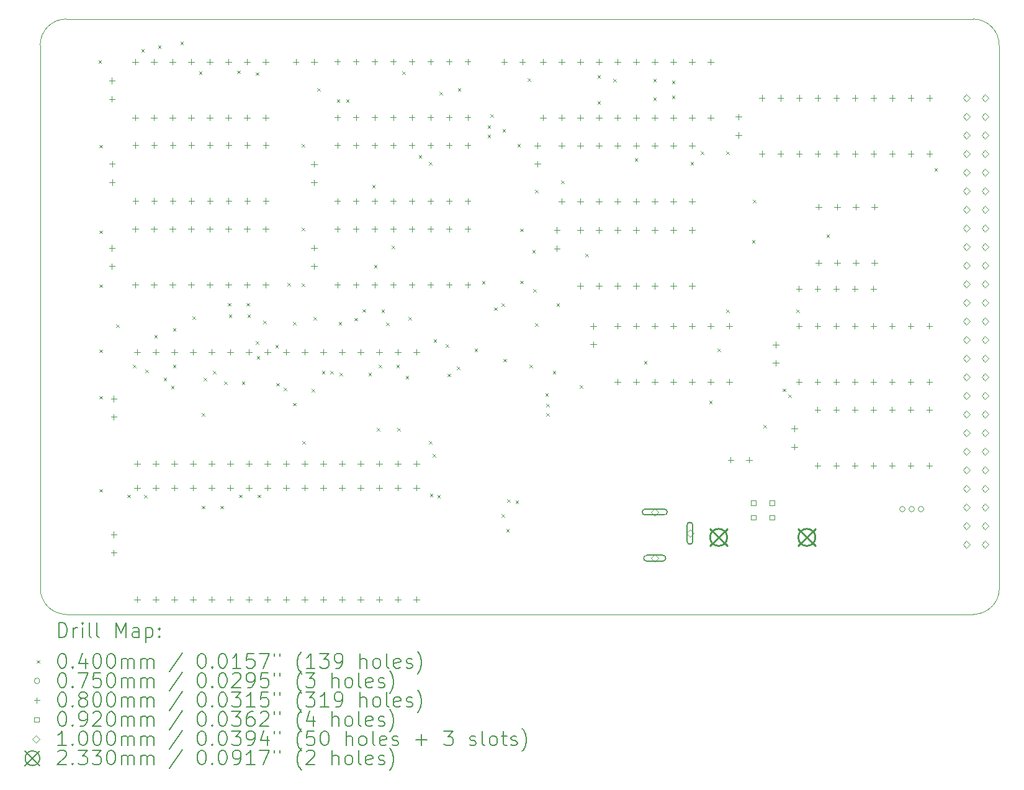
<source format=gbr>
%FSLAX45Y45*%
G04 Gerber Fmt 4.5, Leading zero omitted, Abs format (unit mm)*
G04 Created by KiCad (PCBNEW (6.0.0)) date 2022-08-18 21:34:16*
%MOMM*%
%LPD*%
G01*
G04 APERTURE LIST*
%TA.AperFunction,Profile*%
%ADD10C,0.100000*%
%TD*%
%ADD11C,0.200000*%
%ADD12C,0.040000*%
%ADD13C,0.075000*%
%ADD14C,0.080000*%
%ADD15C,0.092000*%
%ADD16C,0.100000*%
%ADD17C,0.233000*%
G04 APERTURE END LIST*
D10*
X17805400Y-14732000D02*
X16357600Y-14732000D01*
X25019000Y-6959600D02*
G75*
G03*
X24663400Y-6604000I-355600J0D01*
G01*
X11938000Y-14376400D02*
G75*
G03*
X12293600Y-14732000I355600J0D01*
G01*
X24665953Y-14732000D02*
G75*
G03*
X25021553Y-14376400I0J355600D01*
G01*
X25019000Y-8255000D02*
X25021553Y-14376400D01*
X16357600Y-14732000D02*
X12293600Y-14732000D01*
X24665953Y-14732000D02*
X20294600Y-14732000D01*
X25019000Y-6959600D02*
X25019000Y-8255000D01*
X12291047Y-6604000D02*
X24663400Y-6604000D01*
X20294600Y-14732000D02*
X17805400Y-14732000D01*
X11938000Y-14376400D02*
X11935447Y-6959600D01*
X12291047Y-6604000D02*
G75*
G03*
X11935447Y-6959600I0J-355600D01*
G01*
D11*
D12*
X12730800Y-7168200D02*
X12770800Y-7208200D01*
X12770800Y-7168200D02*
X12730800Y-7208200D01*
X12744449Y-8322951D02*
X12784449Y-8362951D01*
X12784449Y-8322951D02*
X12744449Y-8362951D01*
X12744449Y-9491351D02*
X12784449Y-9531351D01*
X12784449Y-9491351D02*
X12744449Y-9531351D01*
X12744449Y-10227951D02*
X12784449Y-10267951D01*
X12784449Y-10227951D02*
X12744449Y-10267951D01*
X12744449Y-11116951D02*
X12784449Y-11156951D01*
X12784449Y-11116951D02*
X12744449Y-11156951D01*
X12744449Y-11751951D02*
X12784449Y-11791951D01*
X12784449Y-11751951D02*
X12744449Y-11791951D01*
X12744449Y-13021951D02*
X12784449Y-13061951D01*
X12784449Y-13021951D02*
X12744449Y-13061951D01*
X12972100Y-10775000D02*
X13012100Y-10815000D01*
X13012100Y-10775000D02*
X12972100Y-10815000D01*
X13126349Y-13097251D02*
X13166349Y-13137251D01*
X13166349Y-13097251D02*
X13126349Y-13137251D01*
X13200700Y-11321100D02*
X13240700Y-11361100D01*
X13240700Y-11321100D02*
X13200700Y-11361100D01*
X13315000Y-7015800D02*
X13355000Y-7055800D01*
X13355000Y-7015800D02*
X13315000Y-7055800D01*
X13351251Y-13100949D02*
X13391251Y-13140949D01*
X13391251Y-13100949D02*
X13351251Y-13140949D01*
X13369149Y-11393951D02*
X13409149Y-11433951D01*
X13409149Y-11393951D02*
X13369149Y-11433951D01*
X13492800Y-10914700D02*
X13532800Y-10954700D01*
X13532800Y-10914700D02*
X13492800Y-10954700D01*
X13543600Y-6965000D02*
X13583600Y-7005000D01*
X13583600Y-6965000D02*
X13543600Y-7005000D01*
X13619800Y-11498828D02*
X13659800Y-11538828D01*
X13659800Y-11498828D02*
X13619800Y-11538828D01*
X13721400Y-11613200D02*
X13761400Y-11653200D01*
X13761400Y-11613200D02*
X13721400Y-11653200D01*
X13746800Y-10825800D02*
X13786800Y-10865800D01*
X13786800Y-10825800D02*
X13746800Y-10865800D01*
X13746800Y-11321100D02*
X13786800Y-11361100D01*
X13786800Y-11321100D02*
X13746800Y-11361100D01*
X13848400Y-6914200D02*
X13888400Y-6954200D01*
X13888400Y-6914200D02*
X13848400Y-6954200D01*
X14013500Y-10660700D02*
X14053500Y-10700700D01*
X14053500Y-10660700D02*
X14013500Y-10700700D01*
X14102400Y-7320600D02*
X14142400Y-7360600D01*
X14142400Y-7320600D02*
X14102400Y-7360600D01*
X14140500Y-11981500D02*
X14180500Y-12021500D01*
X14180500Y-11981500D02*
X14140500Y-12021500D01*
X14142349Y-13249651D02*
X14182349Y-13289651D01*
X14182349Y-13249651D02*
X14142349Y-13289651D01*
X14165900Y-11498900D02*
X14205900Y-11538900D01*
X14205900Y-11498900D02*
X14165900Y-11538900D01*
X14292900Y-11410000D02*
X14332900Y-11450000D01*
X14332900Y-11410000D02*
X14292900Y-11450000D01*
X14396349Y-13249651D02*
X14436349Y-13289651D01*
X14436349Y-13249651D02*
X14396349Y-13289651D01*
X14445300Y-11549700D02*
X14485300Y-11589700D01*
X14485300Y-11549700D02*
X14445300Y-11589700D01*
X14497600Y-10481400D02*
X14537600Y-10521400D01*
X14537600Y-10481400D02*
X14497600Y-10521400D01*
X14508800Y-10635300D02*
X14548800Y-10675300D01*
X14548800Y-10635300D02*
X14508800Y-10675300D01*
X14624949Y-7306051D02*
X14664949Y-7346051D01*
X14664949Y-7306051D02*
X14624949Y-7346051D01*
X14650349Y-13097251D02*
X14690349Y-13137251D01*
X14690349Y-13097251D02*
X14650349Y-13137251D01*
X14686600Y-11549700D02*
X14726600Y-11589700D01*
X14726600Y-11549700D02*
X14686600Y-11589700D01*
X14751600Y-10481400D02*
X14791600Y-10521400D01*
X14791600Y-10481400D02*
X14751600Y-10521400D01*
X14762800Y-10635300D02*
X14802800Y-10675300D01*
X14802800Y-10635300D02*
X14762800Y-10675300D01*
X14877100Y-11003600D02*
X14917100Y-11043600D01*
X14917100Y-11003600D02*
X14877100Y-11043600D01*
X14878949Y-7331451D02*
X14918949Y-7371451D01*
X14918949Y-7331451D02*
X14878949Y-7371451D01*
X14889800Y-11206800D02*
X14929800Y-11246800D01*
X14929800Y-11206800D02*
X14889800Y-11246800D01*
X14904349Y-13097251D02*
X14944349Y-13137251D01*
X14944349Y-13097251D02*
X14904349Y-13137251D01*
X14978700Y-10724200D02*
X15018700Y-10764200D01*
X15018700Y-10724200D02*
X14978700Y-10764200D01*
X15143800Y-11054400D02*
X15183800Y-11094400D01*
X15183800Y-11054400D02*
X15143800Y-11094400D01*
X15158349Y-11573251D02*
X15198349Y-11613251D01*
X15198349Y-11573251D02*
X15158349Y-11613251D01*
X15258100Y-11638600D02*
X15298100Y-11678600D01*
X15298100Y-11638600D02*
X15258100Y-11678600D01*
X15308900Y-10203500D02*
X15348900Y-10243500D01*
X15348900Y-10203500D02*
X15308900Y-10243500D01*
X15383251Y-11843649D02*
X15423251Y-11883649D01*
X15423251Y-11843649D02*
X15383251Y-11883649D01*
X15385100Y-10736900D02*
X15425100Y-10776900D01*
X15425100Y-10736900D02*
X15385100Y-10776900D01*
X15501849Y-8308751D02*
X15541849Y-8348751D01*
X15541849Y-8308751D02*
X15501849Y-8348751D01*
X15501849Y-9451751D02*
X15541849Y-9491751D01*
X15541849Y-9451751D02*
X15501849Y-9491751D01*
X15501849Y-10213751D02*
X15541849Y-10253751D01*
X15541849Y-10213751D02*
X15501849Y-10253751D01*
X15512100Y-12362500D02*
X15552100Y-12402500D01*
X15552100Y-12362500D02*
X15512100Y-12402500D01*
X15637251Y-11653149D02*
X15677251Y-11693149D01*
X15677251Y-11653149D02*
X15637251Y-11693149D01*
X15664500Y-10673400D02*
X15704500Y-10713400D01*
X15704500Y-10673400D02*
X15664500Y-10713400D01*
X15715300Y-7549200D02*
X15755300Y-7589200D01*
X15755300Y-7549200D02*
X15715300Y-7589200D01*
X15778800Y-11410000D02*
X15818800Y-11450000D01*
X15818800Y-11410000D02*
X15778800Y-11450000D01*
X15893100Y-11410000D02*
X15933100Y-11450000D01*
X15933100Y-11410000D02*
X15893100Y-11450000D01*
X15982000Y-7701600D02*
X16022000Y-7741600D01*
X16022000Y-7701600D02*
X15982000Y-7741600D01*
X16007400Y-10736900D02*
X16047400Y-10776900D01*
X16047400Y-10736900D02*
X16007400Y-10776900D01*
X16020100Y-11435400D02*
X16060100Y-11475400D01*
X16060100Y-11435400D02*
X16020100Y-11475400D01*
X16109000Y-7701600D02*
X16149000Y-7741600D01*
X16149000Y-7701600D02*
X16109000Y-7741600D01*
X16224800Y-10684600D02*
X16264800Y-10724600D01*
X16264800Y-10684600D02*
X16224800Y-10724600D01*
X16331250Y-10565450D02*
X16371250Y-10605450D01*
X16371250Y-10565450D02*
X16331250Y-10605450D01*
X16413800Y-11435400D02*
X16453800Y-11475400D01*
X16453800Y-11435400D02*
X16413800Y-11475400D01*
X16464600Y-8870000D02*
X16504600Y-8910000D01*
X16504600Y-8870000D02*
X16464600Y-8910000D01*
X16490000Y-9962200D02*
X16530000Y-10002200D01*
X16530000Y-9962200D02*
X16490000Y-10002200D01*
X16528100Y-12184700D02*
X16568100Y-12224700D01*
X16568100Y-12184700D02*
X16528100Y-12224700D01*
X16553500Y-11321100D02*
X16593500Y-11361100D01*
X16593500Y-11321100D02*
X16553500Y-11361100D01*
X16591251Y-10572149D02*
X16631251Y-10612149D01*
X16631251Y-10572149D02*
X16591251Y-10612149D01*
X16655100Y-10749600D02*
X16695100Y-10789600D01*
X16695100Y-10749600D02*
X16655100Y-10789600D01*
X16731300Y-9695500D02*
X16771300Y-9735500D01*
X16771300Y-9695500D02*
X16731300Y-9735500D01*
X16794800Y-11321100D02*
X16834800Y-11361100D01*
X16834800Y-11321100D02*
X16794800Y-11361100D01*
X16807500Y-12184700D02*
X16847500Y-12224700D01*
X16847500Y-12184700D02*
X16807500Y-12224700D01*
X16874349Y-7317251D02*
X16914349Y-7357251D01*
X16914349Y-7317251D02*
X16874349Y-7357251D01*
X16921800Y-11473500D02*
X16961800Y-11513500D01*
X16961800Y-11473500D02*
X16921800Y-11513500D01*
X16959900Y-10673400D02*
X16999900Y-10713400D01*
X16999900Y-10673400D02*
X16959900Y-10713400D01*
X17099600Y-8463600D02*
X17139600Y-8503600D01*
X17139600Y-8463600D02*
X17099600Y-8503600D01*
X17239300Y-8552500D02*
X17279300Y-8592500D01*
X17279300Y-8552500D02*
X17239300Y-8592500D01*
X17239300Y-12362500D02*
X17279300Y-12402500D01*
X17279300Y-12362500D02*
X17239300Y-12402500D01*
X17252000Y-13086400D02*
X17292000Y-13126400D01*
X17292000Y-13086400D02*
X17252000Y-13126400D01*
X17290100Y-12540300D02*
X17330100Y-12580300D01*
X17330100Y-12540300D02*
X17290100Y-12580300D01*
X17302800Y-10978200D02*
X17342800Y-11018200D01*
X17342800Y-10978200D02*
X17302800Y-11018200D01*
X17353600Y-13099100D02*
X17393600Y-13139100D01*
X17393600Y-13099100D02*
X17353600Y-13139100D01*
X17382349Y-7596651D02*
X17422349Y-7636651D01*
X17422349Y-7596651D02*
X17382349Y-7636651D01*
X17467900Y-11041700D02*
X17507900Y-11081700D01*
X17507900Y-11041700D02*
X17467900Y-11081700D01*
X17494800Y-11446600D02*
X17534800Y-11486600D01*
X17534800Y-11446600D02*
X17494800Y-11486600D01*
X17620300Y-11346500D02*
X17660300Y-11386500D01*
X17660300Y-11346500D02*
X17620300Y-11386500D01*
X17633000Y-7549200D02*
X17673000Y-7589200D01*
X17673000Y-7549200D02*
X17633000Y-7589200D01*
X17861251Y-11105549D02*
X17901251Y-11145549D01*
X17901251Y-11105549D02*
X17861251Y-11145549D01*
X17963200Y-10178100D02*
X18003200Y-10218100D01*
X18003200Y-10178100D02*
X17963200Y-10218100D01*
X18039400Y-8057200D02*
X18079400Y-8097200D01*
X18079400Y-8057200D02*
X18039400Y-8097200D01*
X18039400Y-8184200D02*
X18079400Y-8224200D01*
X18079400Y-8184200D02*
X18039400Y-8224200D01*
X18077500Y-7904800D02*
X18117500Y-7944800D01*
X18117500Y-7904800D02*
X18077500Y-7944800D01*
X18128300Y-10541355D02*
X18168300Y-10581355D01*
X18168300Y-10541355D02*
X18128300Y-10581355D01*
X18229900Y-10482900D02*
X18269900Y-10522900D01*
X18269900Y-10482900D02*
X18229900Y-10522900D01*
X18229900Y-13365800D02*
X18269900Y-13405800D01*
X18269900Y-13365800D02*
X18229900Y-13405800D01*
X18242600Y-8108000D02*
X18282600Y-8148000D01*
X18282600Y-8108000D02*
X18242600Y-8148000D01*
X18253951Y-11243551D02*
X18293951Y-11283551D01*
X18293951Y-11243551D02*
X18253951Y-11283551D01*
X18293400Y-13569000D02*
X18333400Y-13609000D01*
X18333400Y-13569000D02*
X18293400Y-13609000D01*
X18306100Y-13162600D02*
X18346100Y-13202600D01*
X18346100Y-13162600D02*
X18306100Y-13202600D01*
X18420400Y-13175300D02*
X18460400Y-13215300D01*
X18460400Y-13175300D02*
X18420400Y-13215300D01*
X18445800Y-8311200D02*
X18485800Y-8351200D01*
X18485800Y-8311200D02*
X18445800Y-8351200D01*
X18484849Y-9465951D02*
X18524849Y-9505951D01*
X18524849Y-9465951D02*
X18484849Y-9505951D01*
X18484849Y-10177151D02*
X18524849Y-10217151D01*
X18524849Y-10177151D02*
X18484849Y-10217151D01*
X18585500Y-7409500D02*
X18625500Y-7449500D01*
X18625500Y-7409500D02*
X18585500Y-7449500D01*
X18610900Y-11321100D02*
X18650900Y-11361100D01*
X18650900Y-11321100D02*
X18610900Y-11361100D01*
X18649000Y-9759000D02*
X18689000Y-9799000D01*
X18689000Y-9759000D02*
X18649000Y-9799000D01*
X18661700Y-10292400D02*
X18701700Y-10332400D01*
X18701700Y-10292400D02*
X18661700Y-10332400D01*
X18687100Y-8933500D02*
X18727100Y-8973500D01*
X18727100Y-8933500D02*
X18687100Y-8973500D01*
X18690000Y-10759400D02*
X18730000Y-10799400D01*
X18730000Y-10759400D02*
X18690000Y-10799400D01*
X18826800Y-11714800D02*
X18866800Y-11754800D01*
X18866800Y-11714800D02*
X18826800Y-11754800D01*
X18839500Y-11854500D02*
X18879500Y-11894500D01*
X18879500Y-11854500D02*
X18839500Y-11894500D01*
X18839500Y-11981500D02*
X18879500Y-12021500D01*
X18879500Y-11981500D02*
X18839500Y-12021500D01*
X18928400Y-11410000D02*
X18968400Y-11450000D01*
X18968400Y-11410000D02*
X18928400Y-11450000D01*
X18979200Y-10482900D02*
X19019200Y-10522900D01*
X19019200Y-10482900D02*
X18979200Y-10522900D01*
X19042700Y-8806500D02*
X19082700Y-8846500D01*
X19082700Y-8806500D02*
X19042700Y-8846500D01*
X19296700Y-11600500D02*
X19336700Y-11640500D01*
X19336700Y-11600500D02*
X19296700Y-11640500D01*
X19372900Y-9809800D02*
X19412900Y-9849800D01*
X19412900Y-9809800D02*
X19372900Y-9849800D01*
X19538000Y-7371400D02*
X19578000Y-7411400D01*
X19578000Y-7371400D02*
X19538000Y-7411400D01*
X19538000Y-7727000D02*
X19578000Y-7767000D01*
X19578000Y-7727000D02*
X19538000Y-7767000D01*
X19753900Y-7422200D02*
X19793900Y-7462200D01*
X19793900Y-7422200D02*
X19753900Y-7462200D01*
X20046000Y-8501700D02*
X20086000Y-8541700D01*
X20086000Y-8501700D02*
X20046000Y-8541700D01*
X20173000Y-11270300D02*
X20213000Y-11310300D01*
X20213000Y-11270300D02*
X20173000Y-11310300D01*
X20300000Y-7422200D02*
X20340000Y-7462200D01*
X20340000Y-7422200D02*
X20300000Y-7462200D01*
X20300000Y-7676200D02*
X20340000Y-7716200D01*
X20340000Y-7676200D02*
X20300000Y-7716200D01*
X20554000Y-7447600D02*
X20594000Y-7487600D01*
X20594000Y-7447600D02*
X20554000Y-7487600D01*
X20554000Y-7650800D02*
X20594000Y-7690800D01*
X20594000Y-7650800D02*
X20554000Y-7690800D01*
X20808000Y-8552500D02*
X20848000Y-8592500D01*
X20848000Y-8552500D02*
X20808000Y-8592500D01*
X20949549Y-8410951D02*
X20989549Y-8450951D01*
X20989549Y-8410951D02*
X20949549Y-8450951D01*
X21061500Y-11816900D02*
X21101500Y-11856900D01*
X21101500Y-11816900D02*
X21061500Y-11856900D01*
X21176300Y-11105200D02*
X21216300Y-11145200D01*
X21216300Y-11105200D02*
X21176300Y-11145200D01*
X21293049Y-8410351D02*
X21333049Y-8450351D01*
X21333049Y-8410351D02*
X21293049Y-8450351D01*
X21293049Y-10569351D02*
X21333049Y-10609351D01*
X21333049Y-10569351D02*
X21293049Y-10609351D01*
X21646200Y-9619300D02*
X21686200Y-9659300D01*
X21686200Y-9619300D02*
X21646200Y-9659300D01*
X21658900Y-9073200D02*
X21698900Y-9113200D01*
X21698900Y-9073200D02*
X21658900Y-9113200D01*
X21801049Y-12144151D02*
X21841049Y-12184151D01*
X21841049Y-12144151D02*
X21801049Y-12184151D01*
X22068149Y-11648451D02*
X22108149Y-11688451D01*
X22108149Y-11648451D02*
X22068149Y-11688451D01*
X22141500Y-11727500D02*
X22181500Y-11767500D01*
X22181500Y-11727500D02*
X22141500Y-11767500D01*
X22253351Y-10569351D02*
X22293351Y-10609351D01*
X22293351Y-10569351D02*
X22253351Y-10609351D01*
X22662200Y-9543100D02*
X22702200Y-9583100D01*
X22702200Y-9543100D02*
X22662200Y-9583100D01*
X24135400Y-8641400D02*
X24175400Y-8681400D01*
X24175400Y-8641400D02*
X24135400Y-8681400D01*
D13*
X23735700Y-13294800D02*
G75*
G03*
X23735700Y-13294800I-37500J0D01*
G01*
X23862700Y-13294800D02*
G75*
G03*
X23862700Y-13294800I-37500J0D01*
G01*
X23989700Y-13294800D02*
G75*
G03*
X23989700Y-13294800I-37500J0D01*
G01*
D14*
X12914400Y-7405200D02*
X12914400Y-7485200D01*
X12874400Y-7445200D02*
X12954400Y-7445200D01*
X12914400Y-7655200D02*
X12914400Y-7735200D01*
X12874400Y-7695200D02*
X12954400Y-7695200D01*
X12915900Y-9690200D02*
X12915900Y-9770200D01*
X12875900Y-9730200D02*
X12955900Y-9730200D01*
X12915900Y-9940200D02*
X12915900Y-10020200D01*
X12875900Y-9980200D02*
X12955900Y-9980200D01*
X12917400Y-8542200D02*
X12917400Y-8622200D01*
X12877400Y-8582200D02*
X12957400Y-8582200D01*
X12917400Y-8792200D02*
X12917400Y-8872200D01*
X12877400Y-8832200D02*
X12957400Y-8832200D01*
X12941300Y-11747600D02*
X12941300Y-11827600D01*
X12901300Y-11787600D02*
X12981300Y-11787600D01*
X12941300Y-11997600D02*
X12941300Y-12077600D01*
X12901300Y-12037600D02*
X12981300Y-12037600D01*
X12941300Y-13601800D02*
X12941300Y-13681800D01*
X12901300Y-13641800D02*
X12981300Y-13641800D01*
X12941300Y-13851800D02*
X12941300Y-13931800D01*
X12901300Y-13891800D02*
X12981300Y-13891800D01*
X13233400Y-7148200D02*
X13233400Y-7228200D01*
X13193400Y-7188200D02*
X13273400Y-7188200D01*
X13233400Y-7910200D02*
X13233400Y-7990200D01*
X13193400Y-7950200D02*
X13273400Y-7950200D01*
X13233400Y-9431200D02*
X13233400Y-9511200D01*
X13193400Y-9471200D02*
X13273400Y-9471200D01*
X13233400Y-10193200D02*
X13233400Y-10273200D01*
X13193400Y-10233200D02*
X13273400Y-10233200D01*
X13236400Y-8285200D02*
X13236400Y-8365200D01*
X13196400Y-8325200D02*
X13276400Y-8325200D01*
X13236400Y-9047200D02*
X13236400Y-9127200D01*
X13196400Y-9087200D02*
X13276400Y-9087200D01*
X13258800Y-11111100D02*
X13258800Y-11191100D01*
X13218800Y-11151100D02*
X13298800Y-11151100D01*
X13258800Y-12635100D02*
X13258800Y-12715100D01*
X13218800Y-12675100D02*
X13298800Y-12675100D01*
X13258800Y-12965300D02*
X13258800Y-13045300D01*
X13218800Y-13005300D02*
X13298800Y-13005300D01*
X13258800Y-14489300D02*
X13258800Y-14569300D01*
X13218800Y-14529300D02*
X13298800Y-14529300D01*
X13487400Y-7148200D02*
X13487400Y-7228200D01*
X13447400Y-7188200D02*
X13527400Y-7188200D01*
X13487400Y-7910200D02*
X13487400Y-7990200D01*
X13447400Y-7950200D02*
X13527400Y-7950200D01*
X13487400Y-9431200D02*
X13487400Y-9511200D01*
X13447400Y-9471200D02*
X13527400Y-9471200D01*
X13487400Y-10193200D02*
X13487400Y-10273200D01*
X13447400Y-10233200D02*
X13527400Y-10233200D01*
X13490400Y-8285200D02*
X13490400Y-8365200D01*
X13450400Y-8325200D02*
X13530400Y-8325200D01*
X13490400Y-9047200D02*
X13490400Y-9127200D01*
X13450400Y-9087200D02*
X13530400Y-9087200D01*
X13512800Y-11111100D02*
X13512800Y-11191100D01*
X13472800Y-11151100D02*
X13552800Y-11151100D01*
X13512800Y-12635100D02*
X13512800Y-12715100D01*
X13472800Y-12675100D02*
X13552800Y-12675100D01*
X13512800Y-12965300D02*
X13512800Y-13045300D01*
X13472800Y-13005300D02*
X13552800Y-13005300D01*
X13512800Y-14489300D02*
X13512800Y-14569300D01*
X13472800Y-14529300D02*
X13552800Y-14529300D01*
X13741400Y-7148200D02*
X13741400Y-7228200D01*
X13701400Y-7188200D02*
X13781400Y-7188200D01*
X13741400Y-7910200D02*
X13741400Y-7990200D01*
X13701400Y-7950200D02*
X13781400Y-7950200D01*
X13741400Y-9431200D02*
X13741400Y-9511200D01*
X13701400Y-9471200D02*
X13781400Y-9471200D01*
X13741400Y-10193200D02*
X13741400Y-10273200D01*
X13701400Y-10233200D02*
X13781400Y-10233200D01*
X13744400Y-8285200D02*
X13744400Y-8365200D01*
X13704400Y-8325200D02*
X13784400Y-8325200D01*
X13744400Y-9047200D02*
X13744400Y-9127200D01*
X13704400Y-9087200D02*
X13784400Y-9087200D01*
X13766800Y-11111100D02*
X13766800Y-11191100D01*
X13726800Y-11151100D02*
X13806800Y-11151100D01*
X13766800Y-12635100D02*
X13766800Y-12715100D01*
X13726800Y-12675100D02*
X13806800Y-12675100D01*
X13766800Y-12965300D02*
X13766800Y-13045300D01*
X13726800Y-13005300D02*
X13806800Y-13005300D01*
X13766800Y-14489300D02*
X13766800Y-14569300D01*
X13726800Y-14529300D02*
X13806800Y-14529300D01*
X13995400Y-7148200D02*
X13995400Y-7228200D01*
X13955400Y-7188200D02*
X14035400Y-7188200D01*
X13995400Y-7910200D02*
X13995400Y-7990200D01*
X13955400Y-7950200D02*
X14035400Y-7950200D01*
X13995400Y-9431200D02*
X13995400Y-9511200D01*
X13955400Y-9471200D02*
X14035400Y-9471200D01*
X13995400Y-10193200D02*
X13995400Y-10273200D01*
X13955400Y-10233200D02*
X14035400Y-10233200D01*
X13998400Y-8285200D02*
X13998400Y-8365200D01*
X13958400Y-8325200D02*
X14038400Y-8325200D01*
X13998400Y-9047200D02*
X13998400Y-9127200D01*
X13958400Y-9087200D02*
X14038400Y-9087200D01*
X14020800Y-11111100D02*
X14020800Y-11191100D01*
X13980800Y-11151100D02*
X14060800Y-11151100D01*
X14020800Y-12635100D02*
X14020800Y-12715100D01*
X13980800Y-12675100D02*
X14060800Y-12675100D01*
X14020800Y-12965300D02*
X14020800Y-13045300D01*
X13980800Y-13005300D02*
X14060800Y-13005300D01*
X14020800Y-14489300D02*
X14020800Y-14569300D01*
X13980800Y-14529300D02*
X14060800Y-14529300D01*
X14249400Y-7148200D02*
X14249400Y-7228200D01*
X14209400Y-7188200D02*
X14289400Y-7188200D01*
X14249400Y-7910200D02*
X14249400Y-7990200D01*
X14209400Y-7950200D02*
X14289400Y-7950200D01*
X14249400Y-9431200D02*
X14249400Y-9511200D01*
X14209400Y-9471200D02*
X14289400Y-9471200D01*
X14249400Y-10193200D02*
X14249400Y-10273200D01*
X14209400Y-10233200D02*
X14289400Y-10233200D01*
X14252400Y-8285200D02*
X14252400Y-8365200D01*
X14212400Y-8325200D02*
X14292400Y-8325200D01*
X14252400Y-9047200D02*
X14252400Y-9127200D01*
X14212400Y-9087200D02*
X14292400Y-9087200D01*
X14274800Y-11111100D02*
X14274800Y-11191100D01*
X14234800Y-11151100D02*
X14314800Y-11151100D01*
X14274800Y-12635100D02*
X14274800Y-12715100D01*
X14234800Y-12675100D02*
X14314800Y-12675100D01*
X14274800Y-12965300D02*
X14274800Y-13045300D01*
X14234800Y-13005300D02*
X14314800Y-13005300D01*
X14274800Y-14489300D02*
X14274800Y-14569300D01*
X14234800Y-14529300D02*
X14314800Y-14529300D01*
X14503400Y-7148200D02*
X14503400Y-7228200D01*
X14463400Y-7188200D02*
X14543400Y-7188200D01*
X14503400Y-7910200D02*
X14503400Y-7990200D01*
X14463400Y-7950200D02*
X14543400Y-7950200D01*
X14503400Y-9431200D02*
X14503400Y-9511200D01*
X14463400Y-9471200D02*
X14543400Y-9471200D01*
X14503400Y-10193200D02*
X14503400Y-10273200D01*
X14463400Y-10233200D02*
X14543400Y-10233200D01*
X14506400Y-8285200D02*
X14506400Y-8365200D01*
X14466400Y-8325200D02*
X14546400Y-8325200D01*
X14506400Y-9047200D02*
X14506400Y-9127200D01*
X14466400Y-9087200D02*
X14546400Y-9087200D01*
X14528800Y-11111100D02*
X14528800Y-11191100D01*
X14488800Y-11151100D02*
X14568800Y-11151100D01*
X14528800Y-12635100D02*
X14528800Y-12715100D01*
X14488800Y-12675100D02*
X14568800Y-12675100D01*
X14528800Y-12965300D02*
X14528800Y-13045300D01*
X14488800Y-13005300D02*
X14568800Y-13005300D01*
X14528800Y-14489300D02*
X14528800Y-14569300D01*
X14488800Y-14529300D02*
X14568800Y-14529300D01*
X14757400Y-7148200D02*
X14757400Y-7228200D01*
X14717400Y-7188200D02*
X14797400Y-7188200D01*
X14757400Y-7910200D02*
X14757400Y-7990200D01*
X14717400Y-7950200D02*
X14797400Y-7950200D01*
X14757400Y-9431200D02*
X14757400Y-9511200D01*
X14717400Y-9471200D02*
X14797400Y-9471200D01*
X14757400Y-10193200D02*
X14757400Y-10273200D01*
X14717400Y-10233200D02*
X14797400Y-10233200D01*
X14760400Y-8285200D02*
X14760400Y-8365200D01*
X14720400Y-8325200D02*
X14800400Y-8325200D01*
X14760400Y-9047200D02*
X14760400Y-9127200D01*
X14720400Y-9087200D02*
X14800400Y-9087200D01*
X14782800Y-11111100D02*
X14782800Y-11191100D01*
X14742800Y-11151100D02*
X14822800Y-11151100D01*
X14782800Y-12635100D02*
X14782800Y-12715100D01*
X14742800Y-12675100D02*
X14822800Y-12675100D01*
X14782800Y-12965300D02*
X14782800Y-13045300D01*
X14742800Y-13005300D02*
X14822800Y-13005300D01*
X14782800Y-14489300D02*
X14782800Y-14569300D01*
X14742800Y-14529300D02*
X14822800Y-14529300D01*
X15011400Y-7148200D02*
X15011400Y-7228200D01*
X14971400Y-7188200D02*
X15051400Y-7188200D01*
X15011400Y-7910200D02*
X15011400Y-7990200D01*
X14971400Y-7950200D02*
X15051400Y-7950200D01*
X15011400Y-9431200D02*
X15011400Y-9511200D01*
X14971400Y-9471200D02*
X15051400Y-9471200D01*
X15011400Y-10193200D02*
X15011400Y-10273200D01*
X14971400Y-10233200D02*
X15051400Y-10233200D01*
X15014400Y-8285200D02*
X15014400Y-8365200D01*
X14974400Y-8325200D02*
X15054400Y-8325200D01*
X15014400Y-9047200D02*
X15014400Y-9127200D01*
X14974400Y-9087200D02*
X15054400Y-9087200D01*
X15036800Y-11111100D02*
X15036800Y-11191100D01*
X14996800Y-11151100D02*
X15076800Y-11151100D01*
X15036800Y-12635100D02*
X15036800Y-12715100D01*
X14996800Y-12675100D02*
X15076800Y-12675100D01*
X15036800Y-12965300D02*
X15036800Y-13045300D01*
X14996800Y-13005300D02*
X15076800Y-13005300D01*
X15036800Y-14489300D02*
X15036800Y-14569300D01*
X14996800Y-14529300D02*
X15076800Y-14529300D01*
X15290800Y-11111100D02*
X15290800Y-11191100D01*
X15250800Y-11151100D02*
X15330800Y-11151100D01*
X15290800Y-12635100D02*
X15290800Y-12715100D01*
X15250800Y-12675100D02*
X15330800Y-12675100D01*
X15290800Y-12965300D02*
X15290800Y-13045300D01*
X15250800Y-13005300D02*
X15330800Y-13005300D01*
X15290800Y-14489300D02*
X15290800Y-14569300D01*
X15250800Y-14529300D02*
X15330800Y-14529300D01*
X15423300Y-7148200D02*
X15423300Y-7228200D01*
X15383300Y-7188200D02*
X15463300Y-7188200D01*
X15544800Y-11111100D02*
X15544800Y-11191100D01*
X15504800Y-11151100D02*
X15584800Y-11151100D01*
X15544800Y-12635100D02*
X15544800Y-12715100D01*
X15504800Y-12675100D02*
X15584800Y-12675100D01*
X15544800Y-12965300D02*
X15544800Y-13045300D01*
X15504800Y-13005300D02*
X15584800Y-13005300D01*
X15544800Y-14489300D02*
X15544800Y-14569300D01*
X15504800Y-14529300D02*
X15584800Y-14529300D01*
X15671800Y-8545200D02*
X15671800Y-8625200D01*
X15631800Y-8585200D02*
X15711800Y-8585200D01*
X15671800Y-8795200D02*
X15671800Y-8875200D01*
X15631800Y-8835200D02*
X15711800Y-8835200D01*
X15671800Y-9688200D02*
X15671800Y-9768200D01*
X15631800Y-9728200D02*
X15711800Y-9728200D01*
X15671800Y-9938200D02*
X15671800Y-10018200D01*
X15631800Y-9978200D02*
X15711800Y-9978200D01*
X15673300Y-7148200D02*
X15673300Y-7228200D01*
X15633300Y-7188200D02*
X15713300Y-7188200D01*
X15798800Y-11111100D02*
X15798800Y-11191100D01*
X15758800Y-11151100D02*
X15838800Y-11151100D01*
X15798800Y-12635100D02*
X15798800Y-12715100D01*
X15758800Y-12675100D02*
X15838800Y-12675100D01*
X15798800Y-12965300D02*
X15798800Y-13045300D01*
X15758800Y-13005300D02*
X15838800Y-13005300D01*
X15798800Y-14489300D02*
X15798800Y-14569300D01*
X15758800Y-14529300D02*
X15838800Y-14529300D01*
X15990800Y-7145200D02*
X15990800Y-7225200D01*
X15950800Y-7185200D02*
X16030800Y-7185200D01*
X15990800Y-7907200D02*
X15990800Y-7987200D01*
X15950800Y-7947200D02*
X16030800Y-7947200D01*
X15990800Y-8288200D02*
X15990800Y-8368200D01*
X15950800Y-8328200D02*
X16030800Y-8328200D01*
X15990800Y-9050200D02*
X15990800Y-9130200D01*
X15950800Y-9090200D02*
X16030800Y-9090200D01*
X15990800Y-9431200D02*
X15990800Y-9511200D01*
X15950800Y-9471200D02*
X16030800Y-9471200D01*
X15990800Y-10193200D02*
X15990800Y-10273200D01*
X15950800Y-10233200D02*
X16030800Y-10233200D01*
X16052800Y-11111100D02*
X16052800Y-11191100D01*
X16012800Y-11151100D02*
X16092800Y-11151100D01*
X16052800Y-12635100D02*
X16052800Y-12715100D01*
X16012800Y-12675100D02*
X16092800Y-12675100D01*
X16052800Y-12965300D02*
X16052800Y-13045300D01*
X16012800Y-13005300D02*
X16092800Y-13005300D01*
X16052800Y-14489300D02*
X16052800Y-14569300D01*
X16012800Y-14529300D02*
X16092800Y-14529300D01*
X16244800Y-7145200D02*
X16244800Y-7225200D01*
X16204800Y-7185200D02*
X16284800Y-7185200D01*
X16244800Y-7907200D02*
X16244800Y-7987200D01*
X16204800Y-7947200D02*
X16284800Y-7947200D01*
X16244800Y-8288200D02*
X16244800Y-8368200D01*
X16204800Y-8328200D02*
X16284800Y-8328200D01*
X16244800Y-9050200D02*
X16244800Y-9130200D01*
X16204800Y-9090200D02*
X16284800Y-9090200D01*
X16244800Y-9431200D02*
X16244800Y-9511200D01*
X16204800Y-9471200D02*
X16284800Y-9471200D01*
X16244800Y-10193200D02*
X16244800Y-10273200D01*
X16204800Y-10233200D02*
X16284800Y-10233200D01*
X16306800Y-11111100D02*
X16306800Y-11191100D01*
X16266800Y-11151100D02*
X16346800Y-11151100D01*
X16306800Y-12635100D02*
X16306800Y-12715100D01*
X16266800Y-12675100D02*
X16346800Y-12675100D01*
X16306800Y-12965300D02*
X16306800Y-13045300D01*
X16266800Y-13005300D02*
X16346800Y-13005300D01*
X16306800Y-14489300D02*
X16306800Y-14569300D01*
X16266800Y-14529300D02*
X16346800Y-14529300D01*
X16498800Y-7145200D02*
X16498800Y-7225200D01*
X16458800Y-7185200D02*
X16538800Y-7185200D01*
X16498800Y-7907200D02*
X16498800Y-7987200D01*
X16458800Y-7947200D02*
X16538800Y-7947200D01*
X16498800Y-8288200D02*
X16498800Y-8368200D01*
X16458800Y-8328200D02*
X16538800Y-8328200D01*
X16498800Y-9050200D02*
X16498800Y-9130200D01*
X16458800Y-9090200D02*
X16538800Y-9090200D01*
X16498800Y-9431200D02*
X16498800Y-9511200D01*
X16458800Y-9471200D02*
X16538800Y-9471200D01*
X16498800Y-10193200D02*
X16498800Y-10273200D01*
X16458800Y-10233200D02*
X16538800Y-10233200D01*
X16560800Y-11111100D02*
X16560800Y-11191100D01*
X16520800Y-11151100D02*
X16600800Y-11151100D01*
X16560800Y-12635100D02*
X16560800Y-12715100D01*
X16520800Y-12675100D02*
X16600800Y-12675100D01*
X16560800Y-12965300D02*
X16560800Y-13045300D01*
X16520800Y-13005300D02*
X16600800Y-13005300D01*
X16560800Y-14489300D02*
X16560800Y-14569300D01*
X16520800Y-14529300D02*
X16600800Y-14529300D01*
X16752800Y-7145200D02*
X16752800Y-7225200D01*
X16712800Y-7185200D02*
X16792800Y-7185200D01*
X16752800Y-7907200D02*
X16752800Y-7987200D01*
X16712800Y-7947200D02*
X16792800Y-7947200D01*
X16752800Y-8288200D02*
X16752800Y-8368200D01*
X16712800Y-8328200D02*
X16792800Y-8328200D01*
X16752800Y-9050200D02*
X16752800Y-9130200D01*
X16712800Y-9090200D02*
X16792800Y-9090200D01*
X16752800Y-9431200D02*
X16752800Y-9511200D01*
X16712800Y-9471200D02*
X16792800Y-9471200D01*
X16752800Y-10193200D02*
X16752800Y-10273200D01*
X16712800Y-10233200D02*
X16792800Y-10233200D01*
X16814800Y-11111100D02*
X16814800Y-11191100D01*
X16774800Y-11151100D02*
X16854800Y-11151100D01*
X16814800Y-12635100D02*
X16814800Y-12715100D01*
X16774800Y-12675100D02*
X16854800Y-12675100D01*
X16814800Y-12965300D02*
X16814800Y-13045300D01*
X16774800Y-13005300D02*
X16854800Y-13005300D01*
X16814800Y-14489300D02*
X16814800Y-14569300D01*
X16774800Y-14529300D02*
X16854800Y-14529300D01*
X17006800Y-7145200D02*
X17006800Y-7225200D01*
X16966800Y-7185200D02*
X17046800Y-7185200D01*
X17006800Y-7907200D02*
X17006800Y-7987200D01*
X16966800Y-7947200D02*
X17046800Y-7947200D01*
X17006800Y-8288200D02*
X17006800Y-8368200D01*
X16966800Y-8328200D02*
X17046800Y-8328200D01*
X17006800Y-9050200D02*
X17006800Y-9130200D01*
X16966800Y-9090200D02*
X17046800Y-9090200D01*
X17006800Y-9431200D02*
X17006800Y-9511200D01*
X16966800Y-9471200D02*
X17046800Y-9471200D01*
X17006800Y-10193200D02*
X17006800Y-10273200D01*
X16966800Y-10233200D02*
X17046800Y-10233200D01*
X17068800Y-11111100D02*
X17068800Y-11191100D01*
X17028800Y-11151100D02*
X17108800Y-11151100D01*
X17068800Y-12635100D02*
X17068800Y-12715100D01*
X17028800Y-12675100D02*
X17108800Y-12675100D01*
X17068800Y-12965300D02*
X17068800Y-13045300D01*
X17028800Y-13005300D02*
X17108800Y-13005300D01*
X17068800Y-14489300D02*
X17068800Y-14569300D01*
X17028800Y-14529300D02*
X17108800Y-14529300D01*
X17260800Y-7145200D02*
X17260800Y-7225200D01*
X17220800Y-7185200D02*
X17300800Y-7185200D01*
X17260800Y-7907200D02*
X17260800Y-7987200D01*
X17220800Y-7947200D02*
X17300800Y-7947200D01*
X17260800Y-8288200D02*
X17260800Y-8368200D01*
X17220800Y-8328200D02*
X17300800Y-8328200D01*
X17260800Y-9050200D02*
X17260800Y-9130200D01*
X17220800Y-9090200D02*
X17300800Y-9090200D01*
X17260800Y-9431200D02*
X17260800Y-9511200D01*
X17220800Y-9471200D02*
X17300800Y-9471200D01*
X17260800Y-10193200D02*
X17260800Y-10273200D01*
X17220800Y-10233200D02*
X17300800Y-10233200D01*
X17514800Y-7145200D02*
X17514800Y-7225200D01*
X17474800Y-7185200D02*
X17554800Y-7185200D01*
X17514800Y-7907200D02*
X17514800Y-7987200D01*
X17474800Y-7947200D02*
X17554800Y-7947200D01*
X17514800Y-8288200D02*
X17514800Y-8368200D01*
X17474800Y-8328200D02*
X17554800Y-8328200D01*
X17514800Y-9050200D02*
X17514800Y-9130200D01*
X17474800Y-9090200D02*
X17554800Y-9090200D01*
X17514800Y-9431200D02*
X17514800Y-9511200D01*
X17474800Y-9471200D02*
X17554800Y-9471200D01*
X17514800Y-10193200D02*
X17514800Y-10273200D01*
X17474800Y-10233200D02*
X17554800Y-10233200D01*
X17768800Y-7145200D02*
X17768800Y-7225200D01*
X17728800Y-7185200D02*
X17808800Y-7185200D01*
X17768800Y-7907200D02*
X17768800Y-7987200D01*
X17728800Y-7947200D02*
X17808800Y-7947200D01*
X17768800Y-8288200D02*
X17768800Y-8368200D01*
X17728800Y-8328200D02*
X17808800Y-8328200D01*
X17768800Y-9050200D02*
X17768800Y-9130200D01*
X17728800Y-9090200D02*
X17808800Y-9090200D01*
X17768800Y-9431200D02*
X17768800Y-9511200D01*
X17728800Y-9471200D02*
X17808800Y-9471200D01*
X17768800Y-10193200D02*
X17768800Y-10273200D01*
X17728800Y-10233200D02*
X17808800Y-10233200D01*
X18264600Y-7148200D02*
X18264600Y-7228200D01*
X18224600Y-7188200D02*
X18304600Y-7188200D01*
X18514600Y-7148200D02*
X18514600Y-7228200D01*
X18474600Y-7188200D02*
X18554600Y-7188200D01*
X18719800Y-8291200D02*
X18719800Y-8371200D01*
X18679800Y-8331200D02*
X18759800Y-8331200D01*
X18719800Y-8541200D02*
X18719800Y-8621200D01*
X18679800Y-8581200D02*
X18759800Y-8581200D01*
X18796000Y-7148200D02*
X18796000Y-7228200D01*
X18756000Y-7188200D02*
X18836000Y-7188200D01*
X18796000Y-7910200D02*
X18796000Y-7990200D01*
X18756000Y-7950200D02*
X18836000Y-7950200D01*
X18986500Y-9446900D02*
X18986500Y-9526900D01*
X18946500Y-9486900D02*
X19026500Y-9486900D01*
X18986500Y-9696900D02*
X18986500Y-9776900D01*
X18946500Y-9736900D02*
X19026500Y-9736900D01*
X19050000Y-7148200D02*
X19050000Y-7228200D01*
X19010000Y-7188200D02*
X19090000Y-7188200D01*
X19050000Y-7910200D02*
X19050000Y-7990200D01*
X19010000Y-7950200D02*
X19090000Y-7950200D01*
X19050000Y-8291200D02*
X19050000Y-8371200D01*
X19010000Y-8331200D02*
X19090000Y-8331200D01*
X19050000Y-9053200D02*
X19050000Y-9133200D01*
X19010000Y-9093200D02*
X19090000Y-9093200D01*
X19304000Y-7148200D02*
X19304000Y-7228200D01*
X19264000Y-7188200D02*
X19344000Y-7188200D01*
X19304000Y-7910200D02*
X19304000Y-7990200D01*
X19264000Y-7950200D02*
X19344000Y-7950200D01*
X19304000Y-8291200D02*
X19304000Y-8371200D01*
X19264000Y-8331200D02*
X19344000Y-8331200D01*
X19304000Y-9053200D02*
X19304000Y-9133200D01*
X19264000Y-9093200D02*
X19344000Y-9093200D01*
X19304000Y-9446900D02*
X19304000Y-9526900D01*
X19264000Y-9486900D02*
X19344000Y-9486900D01*
X19304000Y-10208900D02*
X19304000Y-10288900D01*
X19264000Y-10248900D02*
X19344000Y-10248900D01*
X19481800Y-10757000D02*
X19481800Y-10837000D01*
X19441800Y-10797000D02*
X19521800Y-10797000D01*
X19481800Y-11007000D02*
X19481800Y-11087000D01*
X19441800Y-11047000D02*
X19521800Y-11047000D01*
X19558000Y-7148200D02*
X19558000Y-7228200D01*
X19518000Y-7188200D02*
X19598000Y-7188200D01*
X19558000Y-7910200D02*
X19558000Y-7990200D01*
X19518000Y-7950200D02*
X19598000Y-7950200D01*
X19558000Y-8291200D02*
X19558000Y-8371200D01*
X19518000Y-8331200D02*
X19598000Y-8331200D01*
X19558000Y-9053200D02*
X19558000Y-9133200D01*
X19518000Y-9093200D02*
X19598000Y-9093200D01*
X19558000Y-9446900D02*
X19558000Y-9526900D01*
X19518000Y-9486900D02*
X19598000Y-9486900D01*
X19558000Y-10208900D02*
X19558000Y-10288900D01*
X19518000Y-10248900D02*
X19598000Y-10248900D01*
X19811500Y-10754000D02*
X19811500Y-10834000D01*
X19771500Y-10794000D02*
X19851500Y-10794000D01*
X19811500Y-11516000D02*
X19811500Y-11596000D01*
X19771500Y-11556000D02*
X19851500Y-11556000D01*
X19812000Y-7148200D02*
X19812000Y-7228200D01*
X19772000Y-7188200D02*
X19852000Y-7188200D01*
X19812000Y-7910200D02*
X19812000Y-7990200D01*
X19772000Y-7950200D02*
X19852000Y-7950200D01*
X19812000Y-8291200D02*
X19812000Y-8371200D01*
X19772000Y-8331200D02*
X19852000Y-8331200D01*
X19812000Y-9053200D02*
X19812000Y-9133200D01*
X19772000Y-9093200D02*
X19852000Y-9093200D01*
X19812000Y-9446900D02*
X19812000Y-9526900D01*
X19772000Y-9486900D02*
X19852000Y-9486900D01*
X19812000Y-10208900D02*
X19812000Y-10288900D01*
X19772000Y-10248900D02*
X19852000Y-10248900D01*
X20065500Y-10754000D02*
X20065500Y-10834000D01*
X20025500Y-10794000D02*
X20105500Y-10794000D01*
X20065500Y-11516000D02*
X20065500Y-11596000D01*
X20025500Y-11556000D02*
X20105500Y-11556000D01*
X20066000Y-7148200D02*
X20066000Y-7228200D01*
X20026000Y-7188200D02*
X20106000Y-7188200D01*
X20066000Y-7910200D02*
X20066000Y-7990200D01*
X20026000Y-7950200D02*
X20106000Y-7950200D01*
X20066000Y-8291200D02*
X20066000Y-8371200D01*
X20026000Y-8331200D02*
X20106000Y-8331200D01*
X20066000Y-9053200D02*
X20066000Y-9133200D01*
X20026000Y-9093200D02*
X20106000Y-9093200D01*
X20066000Y-9446900D02*
X20066000Y-9526900D01*
X20026000Y-9486900D02*
X20106000Y-9486900D01*
X20066000Y-10208900D02*
X20066000Y-10288900D01*
X20026000Y-10248900D02*
X20106000Y-10248900D01*
X20319500Y-10754000D02*
X20319500Y-10834000D01*
X20279500Y-10794000D02*
X20359500Y-10794000D01*
X20319500Y-11516000D02*
X20319500Y-11596000D01*
X20279500Y-11556000D02*
X20359500Y-11556000D01*
X20320000Y-7148200D02*
X20320000Y-7228200D01*
X20280000Y-7188200D02*
X20360000Y-7188200D01*
X20320000Y-7910200D02*
X20320000Y-7990200D01*
X20280000Y-7950200D02*
X20360000Y-7950200D01*
X20320000Y-8291200D02*
X20320000Y-8371200D01*
X20280000Y-8331200D02*
X20360000Y-8331200D01*
X20320000Y-9053200D02*
X20320000Y-9133200D01*
X20280000Y-9093200D02*
X20360000Y-9093200D01*
X20320000Y-9446900D02*
X20320000Y-9526900D01*
X20280000Y-9486900D02*
X20360000Y-9486900D01*
X20320000Y-10208900D02*
X20320000Y-10288900D01*
X20280000Y-10248900D02*
X20360000Y-10248900D01*
X20573500Y-10754000D02*
X20573500Y-10834000D01*
X20533500Y-10794000D02*
X20613500Y-10794000D01*
X20573500Y-11516000D02*
X20573500Y-11596000D01*
X20533500Y-11556000D02*
X20613500Y-11556000D01*
X20574000Y-7148200D02*
X20574000Y-7228200D01*
X20534000Y-7188200D02*
X20614000Y-7188200D01*
X20574000Y-7910200D02*
X20574000Y-7990200D01*
X20534000Y-7950200D02*
X20614000Y-7950200D01*
X20574000Y-8291200D02*
X20574000Y-8371200D01*
X20534000Y-8331200D02*
X20614000Y-8331200D01*
X20574000Y-9053200D02*
X20574000Y-9133200D01*
X20534000Y-9093200D02*
X20614000Y-9093200D01*
X20574000Y-9446900D02*
X20574000Y-9526900D01*
X20534000Y-9486900D02*
X20614000Y-9486900D01*
X20574000Y-10208900D02*
X20574000Y-10288900D01*
X20534000Y-10248900D02*
X20614000Y-10248900D01*
X20827500Y-10754000D02*
X20827500Y-10834000D01*
X20787500Y-10794000D02*
X20867500Y-10794000D01*
X20827500Y-11516000D02*
X20827500Y-11596000D01*
X20787500Y-11556000D02*
X20867500Y-11556000D01*
X20828000Y-7148200D02*
X20828000Y-7228200D01*
X20788000Y-7188200D02*
X20868000Y-7188200D01*
X20828000Y-7910200D02*
X20828000Y-7990200D01*
X20788000Y-7950200D02*
X20868000Y-7950200D01*
X20828000Y-8291200D02*
X20828000Y-8371200D01*
X20788000Y-8331200D02*
X20868000Y-8331200D01*
X20828000Y-9053200D02*
X20828000Y-9133200D01*
X20788000Y-9093200D02*
X20868000Y-9093200D01*
X20828000Y-9446900D02*
X20828000Y-9526900D01*
X20788000Y-9486900D02*
X20868000Y-9486900D01*
X20828000Y-10208900D02*
X20828000Y-10288900D01*
X20788000Y-10248900D02*
X20868000Y-10248900D01*
X21081500Y-10754000D02*
X21081500Y-10834000D01*
X21041500Y-10794000D02*
X21121500Y-10794000D01*
X21081500Y-11516000D02*
X21081500Y-11596000D01*
X21041500Y-11556000D02*
X21121500Y-11556000D01*
X21082000Y-7148200D02*
X21082000Y-7228200D01*
X21042000Y-7188200D02*
X21122000Y-7188200D01*
X21082000Y-7910200D02*
X21082000Y-7990200D01*
X21042000Y-7950200D02*
X21122000Y-7950200D01*
X21335500Y-10754000D02*
X21335500Y-10834000D01*
X21295500Y-10794000D02*
X21375500Y-10794000D01*
X21335500Y-11516000D02*
X21335500Y-11596000D01*
X21295500Y-11556000D02*
X21375500Y-11556000D01*
X21356638Y-12583800D02*
X21356638Y-12663800D01*
X21316638Y-12623800D02*
X21396638Y-12623800D01*
X21463000Y-7899500D02*
X21463000Y-7979500D01*
X21423000Y-7939500D02*
X21503000Y-7939500D01*
X21463000Y-8149500D02*
X21463000Y-8229500D01*
X21423000Y-8189500D02*
X21503000Y-8189500D01*
X21606638Y-12583800D02*
X21606638Y-12663800D01*
X21566638Y-12623800D02*
X21646638Y-12623800D01*
X21781000Y-7642500D02*
X21781000Y-7722500D01*
X21741000Y-7682500D02*
X21821000Y-7682500D01*
X21781000Y-8404500D02*
X21781000Y-8484500D01*
X21741000Y-8444500D02*
X21821000Y-8444500D01*
X21971000Y-11011000D02*
X21971000Y-11091000D01*
X21931000Y-11051000D02*
X22011000Y-11051000D01*
X21971000Y-11261000D02*
X21971000Y-11341000D01*
X21931000Y-11301000D02*
X22011000Y-11301000D01*
X22035000Y-7642500D02*
X22035000Y-7722500D01*
X21995000Y-7682500D02*
X22075000Y-7682500D01*
X22035000Y-8404500D02*
X22035000Y-8484500D01*
X21995000Y-8444500D02*
X22075000Y-8444500D01*
X22225000Y-12155000D02*
X22225000Y-12235000D01*
X22185000Y-12195000D02*
X22265000Y-12195000D01*
X22225000Y-12405000D02*
X22225000Y-12485000D01*
X22185000Y-12445000D02*
X22265000Y-12445000D01*
X22288500Y-10247000D02*
X22288500Y-10327000D01*
X22248500Y-10287000D02*
X22328500Y-10287000D01*
X22288500Y-10754000D02*
X22288500Y-10834000D01*
X22248500Y-10794000D02*
X22328500Y-10794000D01*
X22288500Y-11516000D02*
X22288500Y-11596000D01*
X22248500Y-11556000D02*
X22328500Y-11556000D01*
X22289000Y-7642500D02*
X22289000Y-7722500D01*
X22249000Y-7682500D02*
X22329000Y-7682500D01*
X22289000Y-8404500D02*
X22289000Y-8484500D01*
X22249000Y-8444500D02*
X22329000Y-8444500D01*
X22542500Y-10247000D02*
X22542500Y-10327000D01*
X22502500Y-10287000D02*
X22582500Y-10287000D01*
X22542500Y-10754000D02*
X22542500Y-10834000D01*
X22502500Y-10794000D02*
X22582500Y-10794000D01*
X22542500Y-11516000D02*
X22542500Y-11596000D01*
X22502500Y-11556000D02*
X22582500Y-11556000D01*
X22542500Y-11898000D02*
X22542500Y-11978000D01*
X22502500Y-11938000D02*
X22582500Y-11938000D01*
X22542500Y-12660000D02*
X22542500Y-12740000D01*
X22502500Y-12700000D02*
X22582500Y-12700000D01*
X22543000Y-7642500D02*
X22543000Y-7722500D01*
X22503000Y-7682500D02*
X22583000Y-7682500D01*
X22543000Y-8404500D02*
X22543000Y-8484500D01*
X22503000Y-8444500D02*
X22583000Y-8444500D01*
X22555200Y-9129400D02*
X22555200Y-9209400D01*
X22515200Y-9169400D02*
X22595200Y-9169400D01*
X22555200Y-9891400D02*
X22555200Y-9971400D01*
X22515200Y-9931400D02*
X22595200Y-9931400D01*
X22796500Y-10247000D02*
X22796500Y-10327000D01*
X22756500Y-10287000D02*
X22836500Y-10287000D01*
X22796500Y-10754000D02*
X22796500Y-10834000D01*
X22756500Y-10794000D02*
X22836500Y-10794000D01*
X22796500Y-11516000D02*
X22796500Y-11596000D01*
X22756500Y-11556000D02*
X22836500Y-11556000D01*
X22796500Y-11898000D02*
X22796500Y-11978000D01*
X22756500Y-11938000D02*
X22836500Y-11938000D01*
X22796500Y-12660000D02*
X22796500Y-12740000D01*
X22756500Y-12700000D02*
X22836500Y-12700000D01*
X22797000Y-7642500D02*
X22797000Y-7722500D01*
X22757000Y-7682500D02*
X22837000Y-7682500D01*
X22797000Y-8404500D02*
X22797000Y-8484500D01*
X22757000Y-8444500D02*
X22837000Y-8444500D01*
X22809200Y-9129400D02*
X22809200Y-9209400D01*
X22769200Y-9169400D02*
X22849200Y-9169400D01*
X22809200Y-9891400D02*
X22809200Y-9971400D01*
X22769200Y-9931400D02*
X22849200Y-9931400D01*
X23050500Y-10247000D02*
X23050500Y-10327000D01*
X23010500Y-10287000D02*
X23090500Y-10287000D01*
X23050500Y-10754000D02*
X23050500Y-10834000D01*
X23010500Y-10794000D02*
X23090500Y-10794000D01*
X23050500Y-11516000D02*
X23050500Y-11596000D01*
X23010500Y-11556000D02*
X23090500Y-11556000D01*
X23050500Y-11898000D02*
X23050500Y-11978000D01*
X23010500Y-11938000D02*
X23090500Y-11938000D01*
X23050500Y-12660000D02*
X23050500Y-12740000D01*
X23010500Y-12700000D02*
X23090500Y-12700000D01*
X23051000Y-7642500D02*
X23051000Y-7722500D01*
X23011000Y-7682500D02*
X23091000Y-7682500D01*
X23051000Y-8404500D02*
X23051000Y-8484500D01*
X23011000Y-8444500D02*
X23091000Y-8444500D01*
X23063200Y-9129400D02*
X23063200Y-9209400D01*
X23023200Y-9169400D02*
X23103200Y-9169400D01*
X23063200Y-9891400D02*
X23063200Y-9971400D01*
X23023200Y-9931400D02*
X23103200Y-9931400D01*
X23304500Y-10247000D02*
X23304500Y-10327000D01*
X23264500Y-10287000D02*
X23344500Y-10287000D01*
X23304500Y-10754000D02*
X23304500Y-10834000D01*
X23264500Y-10794000D02*
X23344500Y-10794000D01*
X23304500Y-11516000D02*
X23304500Y-11596000D01*
X23264500Y-11556000D02*
X23344500Y-11556000D01*
X23304500Y-11898000D02*
X23304500Y-11978000D01*
X23264500Y-11938000D02*
X23344500Y-11938000D01*
X23304500Y-12660000D02*
X23304500Y-12740000D01*
X23264500Y-12700000D02*
X23344500Y-12700000D01*
X23305000Y-7642500D02*
X23305000Y-7722500D01*
X23265000Y-7682500D02*
X23345000Y-7682500D01*
X23305000Y-8404500D02*
X23305000Y-8484500D01*
X23265000Y-8444500D02*
X23345000Y-8444500D01*
X23317200Y-9129400D02*
X23317200Y-9209400D01*
X23277200Y-9169400D02*
X23357200Y-9169400D01*
X23317200Y-9891400D02*
X23317200Y-9971400D01*
X23277200Y-9931400D02*
X23357200Y-9931400D01*
X23558500Y-10754000D02*
X23558500Y-10834000D01*
X23518500Y-10794000D02*
X23598500Y-10794000D01*
X23558500Y-11516000D02*
X23558500Y-11596000D01*
X23518500Y-11556000D02*
X23598500Y-11556000D01*
X23558500Y-11898000D02*
X23558500Y-11978000D01*
X23518500Y-11938000D02*
X23598500Y-11938000D01*
X23558500Y-12660000D02*
X23558500Y-12740000D01*
X23518500Y-12700000D02*
X23598500Y-12700000D01*
X23559000Y-7642500D02*
X23559000Y-7722500D01*
X23519000Y-7682500D02*
X23599000Y-7682500D01*
X23559000Y-8404500D02*
X23559000Y-8484500D01*
X23519000Y-8444500D02*
X23599000Y-8444500D01*
X23812500Y-10754000D02*
X23812500Y-10834000D01*
X23772500Y-10794000D02*
X23852500Y-10794000D01*
X23812500Y-11516000D02*
X23812500Y-11596000D01*
X23772500Y-11556000D02*
X23852500Y-11556000D01*
X23812500Y-11898000D02*
X23812500Y-11978000D01*
X23772500Y-11938000D02*
X23852500Y-11938000D01*
X23812500Y-12660000D02*
X23812500Y-12740000D01*
X23772500Y-12700000D02*
X23852500Y-12700000D01*
X23813000Y-7642500D02*
X23813000Y-7722500D01*
X23773000Y-7682500D02*
X23853000Y-7682500D01*
X23813000Y-8404500D02*
X23813000Y-8484500D01*
X23773000Y-8444500D02*
X23853000Y-8444500D01*
X24066500Y-10754000D02*
X24066500Y-10834000D01*
X24026500Y-10794000D02*
X24106500Y-10794000D01*
X24066500Y-11516000D02*
X24066500Y-11596000D01*
X24026500Y-11556000D02*
X24106500Y-11556000D01*
X24066500Y-11898000D02*
X24066500Y-11978000D01*
X24026500Y-11938000D02*
X24106500Y-11938000D01*
X24066500Y-12660000D02*
X24066500Y-12740000D01*
X24026500Y-12700000D02*
X24106500Y-12700000D01*
X24067000Y-7642500D02*
X24067000Y-7722500D01*
X24027000Y-7682500D02*
X24107000Y-7682500D01*
X24067000Y-8404500D02*
X24067000Y-8484500D01*
X24027000Y-8444500D02*
X24107000Y-8444500D01*
D15*
X21700727Y-13243177D02*
X21700727Y-13178123D01*
X21635673Y-13178123D01*
X21635673Y-13243177D01*
X21700727Y-13243177D01*
X21700727Y-13443177D02*
X21700727Y-13378123D01*
X21635673Y-13378123D01*
X21635673Y-13443177D01*
X21700727Y-13443177D01*
X21950727Y-13243177D02*
X21950727Y-13178123D01*
X21885673Y-13178123D01*
X21885673Y-13243177D01*
X21950727Y-13243177D01*
X21950727Y-13443177D02*
X21950727Y-13378123D01*
X21885673Y-13378123D01*
X21885673Y-13443177D01*
X21950727Y-13443177D01*
D16*
X20320000Y-13385000D02*
X20370000Y-13335000D01*
X20320000Y-13285000D01*
X20270000Y-13335000D01*
X20320000Y-13385000D01*
D11*
X20190000Y-13375000D02*
X20450000Y-13375000D01*
X20190000Y-13295000D02*
X20450000Y-13295000D01*
X20450000Y-13375000D02*
G75*
G03*
X20450000Y-13295000I0J40000D01*
G01*
X20190000Y-13295000D02*
G75*
G03*
X20190000Y-13375000I0J-40000D01*
G01*
D16*
X20320000Y-14015000D02*
X20370000Y-13965000D01*
X20320000Y-13915000D01*
X20270000Y-13965000D01*
X20320000Y-14015000D01*
D11*
X20210000Y-14005000D02*
X20430000Y-14005000D01*
X20210000Y-13925000D02*
X20430000Y-13925000D01*
X20430000Y-14005000D02*
G75*
G03*
X20430000Y-13925000I0J40000D01*
G01*
X20210000Y-13925000D02*
G75*
G03*
X20210000Y-14005000I0J-40000D01*
G01*
D16*
X20800000Y-13675000D02*
X20850000Y-13625000D01*
X20800000Y-13575000D01*
X20750000Y-13625000D01*
X20800000Y-13675000D01*
D11*
X20760000Y-13515000D02*
X20760000Y-13735000D01*
X20840000Y-13515000D02*
X20840000Y-13735000D01*
X20760000Y-13735000D02*
G75*
G03*
X20840000Y-13735000I40000J0D01*
G01*
X20840000Y-13515000D02*
G75*
G03*
X20760000Y-13515000I-40000J0D01*
G01*
D16*
X24574500Y-7733500D02*
X24624500Y-7683500D01*
X24574500Y-7633500D01*
X24524500Y-7683500D01*
X24574500Y-7733500D01*
X24574500Y-7987500D02*
X24624500Y-7937500D01*
X24574500Y-7887500D01*
X24524500Y-7937500D01*
X24574500Y-7987500D01*
X24574500Y-8241500D02*
X24624500Y-8191500D01*
X24574500Y-8141500D01*
X24524500Y-8191500D01*
X24574500Y-8241500D01*
X24574500Y-8495500D02*
X24624500Y-8445500D01*
X24574500Y-8395500D01*
X24524500Y-8445500D01*
X24574500Y-8495500D01*
X24574500Y-8749500D02*
X24624500Y-8699500D01*
X24574500Y-8649500D01*
X24524500Y-8699500D01*
X24574500Y-8749500D01*
X24574500Y-9003500D02*
X24624500Y-8953500D01*
X24574500Y-8903500D01*
X24524500Y-8953500D01*
X24574500Y-9003500D01*
X24574500Y-9257500D02*
X24624500Y-9207500D01*
X24574500Y-9157500D01*
X24524500Y-9207500D01*
X24574500Y-9257500D01*
X24574500Y-9511500D02*
X24624500Y-9461500D01*
X24574500Y-9411500D01*
X24524500Y-9461500D01*
X24574500Y-9511500D01*
X24574500Y-9765500D02*
X24624500Y-9715500D01*
X24574500Y-9665500D01*
X24524500Y-9715500D01*
X24574500Y-9765500D01*
X24574500Y-10019500D02*
X24624500Y-9969500D01*
X24574500Y-9919500D01*
X24524500Y-9969500D01*
X24574500Y-10019500D01*
X24574500Y-10273500D02*
X24624500Y-10223500D01*
X24574500Y-10173500D01*
X24524500Y-10223500D01*
X24574500Y-10273500D01*
X24574500Y-10527500D02*
X24624500Y-10477500D01*
X24574500Y-10427500D01*
X24524500Y-10477500D01*
X24574500Y-10527500D01*
X24574500Y-10781500D02*
X24624500Y-10731500D01*
X24574500Y-10681500D01*
X24524500Y-10731500D01*
X24574500Y-10781500D01*
X24574500Y-11035500D02*
X24624500Y-10985500D01*
X24574500Y-10935500D01*
X24524500Y-10985500D01*
X24574500Y-11035500D01*
X24574500Y-11289500D02*
X24624500Y-11239500D01*
X24574500Y-11189500D01*
X24524500Y-11239500D01*
X24574500Y-11289500D01*
X24574500Y-11543500D02*
X24624500Y-11493500D01*
X24574500Y-11443500D01*
X24524500Y-11493500D01*
X24574500Y-11543500D01*
X24574500Y-11797500D02*
X24624500Y-11747500D01*
X24574500Y-11697500D01*
X24524500Y-11747500D01*
X24574500Y-11797500D01*
X24574500Y-12051500D02*
X24624500Y-12001500D01*
X24574500Y-11951500D01*
X24524500Y-12001500D01*
X24574500Y-12051500D01*
X24574500Y-12305500D02*
X24624500Y-12255500D01*
X24574500Y-12205500D01*
X24524500Y-12255500D01*
X24574500Y-12305500D01*
X24574500Y-12559500D02*
X24624500Y-12509500D01*
X24574500Y-12459500D01*
X24524500Y-12509500D01*
X24574500Y-12559500D01*
X24574500Y-12813500D02*
X24624500Y-12763500D01*
X24574500Y-12713500D01*
X24524500Y-12763500D01*
X24574500Y-12813500D01*
X24574500Y-13067500D02*
X24624500Y-13017500D01*
X24574500Y-12967500D01*
X24524500Y-13017500D01*
X24574500Y-13067500D01*
X24574500Y-13321500D02*
X24624500Y-13271500D01*
X24574500Y-13221500D01*
X24524500Y-13271500D01*
X24574500Y-13321500D01*
X24574500Y-13575500D02*
X24624500Y-13525500D01*
X24574500Y-13475500D01*
X24524500Y-13525500D01*
X24574500Y-13575500D01*
X24574500Y-13829500D02*
X24624500Y-13779500D01*
X24574500Y-13729500D01*
X24524500Y-13779500D01*
X24574500Y-13829500D01*
X24828500Y-7733500D02*
X24878500Y-7683500D01*
X24828500Y-7633500D01*
X24778500Y-7683500D01*
X24828500Y-7733500D01*
X24828500Y-7987500D02*
X24878500Y-7937500D01*
X24828500Y-7887500D01*
X24778500Y-7937500D01*
X24828500Y-7987500D01*
X24828500Y-8241500D02*
X24878500Y-8191500D01*
X24828500Y-8141500D01*
X24778500Y-8191500D01*
X24828500Y-8241500D01*
X24828500Y-8495500D02*
X24878500Y-8445500D01*
X24828500Y-8395500D01*
X24778500Y-8445500D01*
X24828500Y-8495500D01*
X24828500Y-8749500D02*
X24878500Y-8699500D01*
X24828500Y-8649500D01*
X24778500Y-8699500D01*
X24828500Y-8749500D01*
X24828500Y-9003500D02*
X24878500Y-8953500D01*
X24828500Y-8903500D01*
X24778500Y-8953500D01*
X24828500Y-9003500D01*
X24828500Y-9257500D02*
X24878500Y-9207500D01*
X24828500Y-9157500D01*
X24778500Y-9207500D01*
X24828500Y-9257500D01*
X24828500Y-9511500D02*
X24878500Y-9461500D01*
X24828500Y-9411500D01*
X24778500Y-9461500D01*
X24828500Y-9511500D01*
X24828500Y-9765500D02*
X24878500Y-9715500D01*
X24828500Y-9665500D01*
X24778500Y-9715500D01*
X24828500Y-9765500D01*
X24828500Y-10019500D02*
X24878500Y-9969500D01*
X24828500Y-9919500D01*
X24778500Y-9969500D01*
X24828500Y-10019500D01*
X24828500Y-10273500D02*
X24878500Y-10223500D01*
X24828500Y-10173500D01*
X24778500Y-10223500D01*
X24828500Y-10273500D01*
X24828500Y-10527500D02*
X24878500Y-10477500D01*
X24828500Y-10427500D01*
X24778500Y-10477500D01*
X24828500Y-10527500D01*
X24828500Y-10781500D02*
X24878500Y-10731500D01*
X24828500Y-10681500D01*
X24778500Y-10731500D01*
X24828500Y-10781500D01*
X24828500Y-11035500D02*
X24878500Y-10985500D01*
X24828500Y-10935500D01*
X24778500Y-10985500D01*
X24828500Y-11035500D01*
X24828500Y-11289500D02*
X24878500Y-11239500D01*
X24828500Y-11189500D01*
X24778500Y-11239500D01*
X24828500Y-11289500D01*
X24828500Y-11543500D02*
X24878500Y-11493500D01*
X24828500Y-11443500D01*
X24778500Y-11493500D01*
X24828500Y-11543500D01*
X24828500Y-11797500D02*
X24878500Y-11747500D01*
X24828500Y-11697500D01*
X24778500Y-11747500D01*
X24828500Y-11797500D01*
X24828500Y-12051500D02*
X24878500Y-12001500D01*
X24828500Y-11951500D01*
X24778500Y-12001500D01*
X24828500Y-12051500D01*
X24828500Y-12305500D02*
X24878500Y-12255500D01*
X24828500Y-12205500D01*
X24778500Y-12255500D01*
X24828500Y-12305500D01*
X24828500Y-12559500D02*
X24878500Y-12509500D01*
X24828500Y-12459500D01*
X24778500Y-12509500D01*
X24828500Y-12559500D01*
X24828500Y-12813500D02*
X24878500Y-12763500D01*
X24828500Y-12713500D01*
X24778500Y-12763500D01*
X24828500Y-12813500D01*
X24828500Y-13067500D02*
X24878500Y-13017500D01*
X24828500Y-12967500D01*
X24778500Y-13017500D01*
X24828500Y-13067500D01*
X24828500Y-13321500D02*
X24878500Y-13271500D01*
X24828500Y-13221500D01*
X24778500Y-13271500D01*
X24828500Y-13321500D01*
X24828500Y-13575500D02*
X24878500Y-13525500D01*
X24828500Y-13475500D01*
X24778500Y-13525500D01*
X24828500Y-13575500D01*
X24828500Y-13829500D02*
X24878500Y-13779500D01*
X24828500Y-13729500D01*
X24778500Y-13779500D01*
X24828500Y-13829500D01*
D17*
X21074700Y-13565150D02*
X21307700Y-13798150D01*
X21307700Y-13565150D02*
X21074700Y-13798150D01*
X21307700Y-13681650D02*
G75*
G03*
X21307700Y-13681650I-116500J0D01*
G01*
X22278700Y-13565150D02*
X22511700Y-13798150D01*
X22511700Y-13565150D02*
X22278700Y-13798150D01*
X22511700Y-13681650D02*
G75*
G03*
X22511700Y-13681650I-116500J0D01*
G01*
D11*
X12188066Y-15047476D02*
X12188066Y-14847476D01*
X12235685Y-14847476D01*
X12264257Y-14857000D01*
X12283304Y-14876048D01*
X12292828Y-14895095D01*
X12302352Y-14933190D01*
X12302352Y-14961762D01*
X12292828Y-14999857D01*
X12283304Y-15018905D01*
X12264257Y-15037952D01*
X12235685Y-15047476D01*
X12188066Y-15047476D01*
X12388066Y-15047476D02*
X12388066Y-14914143D01*
X12388066Y-14952238D02*
X12397590Y-14933190D01*
X12407114Y-14923667D01*
X12426161Y-14914143D01*
X12445209Y-14914143D01*
X12511876Y-15047476D02*
X12511876Y-14914143D01*
X12511876Y-14847476D02*
X12502352Y-14857000D01*
X12511876Y-14866524D01*
X12521399Y-14857000D01*
X12511876Y-14847476D01*
X12511876Y-14866524D01*
X12635685Y-15047476D02*
X12616638Y-15037952D01*
X12607114Y-15018905D01*
X12607114Y-14847476D01*
X12740447Y-15047476D02*
X12721399Y-15037952D01*
X12711876Y-15018905D01*
X12711876Y-14847476D01*
X12969019Y-15047476D02*
X12969019Y-14847476D01*
X13035685Y-14990333D01*
X13102352Y-14847476D01*
X13102352Y-15047476D01*
X13283304Y-15047476D02*
X13283304Y-14942714D01*
X13273780Y-14923667D01*
X13254733Y-14914143D01*
X13216638Y-14914143D01*
X13197590Y-14923667D01*
X13283304Y-15037952D02*
X13264257Y-15047476D01*
X13216638Y-15047476D01*
X13197590Y-15037952D01*
X13188066Y-15018905D01*
X13188066Y-14999857D01*
X13197590Y-14980809D01*
X13216638Y-14971286D01*
X13264257Y-14971286D01*
X13283304Y-14961762D01*
X13378542Y-14914143D02*
X13378542Y-15114143D01*
X13378542Y-14923667D02*
X13397590Y-14914143D01*
X13435685Y-14914143D01*
X13454733Y-14923667D01*
X13464257Y-14933190D01*
X13473780Y-14952238D01*
X13473780Y-15009381D01*
X13464257Y-15028428D01*
X13454733Y-15037952D01*
X13435685Y-15047476D01*
X13397590Y-15047476D01*
X13378542Y-15037952D01*
X13559495Y-15028428D02*
X13569019Y-15037952D01*
X13559495Y-15047476D01*
X13549971Y-15037952D01*
X13559495Y-15028428D01*
X13559495Y-15047476D01*
X13559495Y-14923667D02*
X13569019Y-14933190D01*
X13559495Y-14942714D01*
X13549971Y-14933190D01*
X13559495Y-14923667D01*
X13559495Y-14942714D01*
D12*
X11890447Y-15357000D02*
X11930447Y-15397000D01*
X11930447Y-15357000D02*
X11890447Y-15397000D01*
D11*
X12226161Y-15267476D02*
X12245209Y-15267476D01*
X12264257Y-15277000D01*
X12273780Y-15286524D01*
X12283304Y-15305571D01*
X12292828Y-15343667D01*
X12292828Y-15391286D01*
X12283304Y-15429381D01*
X12273780Y-15448428D01*
X12264257Y-15457952D01*
X12245209Y-15467476D01*
X12226161Y-15467476D01*
X12207114Y-15457952D01*
X12197590Y-15448428D01*
X12188066Y-15429381D01*
X12178542Y-15391286D01*
X12178542Y-15343667D01*
X12188066Y-15305571D01*
X12197590Y-15286524D01*
X12207114Y-15277000D01*
X12226161Y-15267476D01*
X12378542Y-15448428D02*
X12388066Y-15457952D01*
X12378542Y-15467476D01*
X12369019Y-15457952D01*
X12378542Y-15448428D01*
X12378542Y-15467476D01*
X12559495Y-15334143D02*
X12559495Y-15467476D01*
X12511876Y-15257952D02*
X12464257Y-15400809D01*
X12588066Y-15400809D01*
X12702352Y-15267476D02*
X12721399Y-15267476D01*
X12740447Y-15277000D01*
X12749971Y-15286524D01*
X12759495Y-15305571D01*
X12769019Y-15343667D01*
X12769019Y-15391286D01*
X12759495Y-15429381D01*
X12749971Y-15448428D01*
X12740447Y-15457952D01*
X12721399Y-15467476D01*
X12702352Y-15467476D01*
X12683304Y-15457952D01*
X12673780Y-15448428D01*
X12664257Y-15429381D01*
X12654733Y-15391286D01*
X12654733Y-15343667D01*
X12664257Y-15305571D01*
X12673780Y-15286524D01*
X12683304Y-15277000D01*
X12702352Y-15267476D01*
X12892828Y-15267476D02*
X12911876Y-15267476D01*
X12930923Y-15277000D01*
X12940447Y-15286524D01*
X12949971Y-15305571D01*
X12959495Y-15343667D01*
X12959495Y-15391286D01*
X12949971Y-15429381D01*
X12940447Y-15448428D01*
X12930923Y-15457952D01*
X12911876Y-15467476D01*
X12892828Y-15467476D01*
X12873780Y-15457952D01*
X12864257Y-15448428D01*
X12854733Y-15429381D01*
X12845209Y-15391286D01*
X12845209Y-15343667D01*
X12854733Y-15305571D01*
X12864257Y-15286524D01*
X12873780Y-15277000D01*
X12892828Y-15267476D01*
X13045209Y-15467476D02*
X13045209Y-15334143D01*
X13045209Y-15353190D02*
X13054733Y-15343667D01*
X13073780Y-15334143D01*
X13102352Y-15334143D01*
X13121399Y-15343667D01*
X13130923Y-15362714D01*
X13130923Y-15467476D01*
X13130923Y-15362714D02*
X13140447Y-15343667D01*
X13159495Y-15334143D01*
X13188066Y-15334143D01*
X13207114Y-15343667D01*
X13216638Y-15362714D01*
X13216638Y-15467476D01*
X13311876Y-15467476D02*
X13311876Y-15334143D01*
X13311876Y-15353190D02*
X13321399Y-15343667D01*
X13340447Y-15334143D01*
X13369019Y-15334143D01*
X13388066Y-15343667D01*
X13397590Y-15362714D01*
X13397590Y-15467476D01*
X13397590Y-15362714D02*
X13407114Y-15343667D01*
X13426161Y-15334143D01*
X13454733Y-15334143D01*
X13473780Y-15343667D01*
X13483304Y-15362714D01*
X13483304Y-15467476D01*
X13873780Y-15257952D02*
X13702352Y-15515095D01*
X14130923Y-15267476D02*
X14149971Y-15267476D01*
X14169019Y-15277000D01*
X14178542Y-15286524D01*
X14188066Y-15305571D01*
X14197590Y-15343667D01*
X14197590Y-15391286D01*
X14188066Y-15429381D01*
X14178542Y-15448428D01*
X14169019Y-15457952D01*
X14149971Y-15467476D01*
X14130923Y-15467476D01*
X14111876Y-15457952D01*
X14102352Y-15448428D01*
X14092828Y-15429381D01*
X14083304Y-15391286D01*
X14083304Y-15343667D01*
X14092828Y-15305571D01*
X14102352Y-15286524D01*
X14111876Y-15277000D01*
X14130923Y-15267476D01*
X14283304Y-15448428D02*
X14292828Y-15457952D01*
X14283304Y-15467476D01*
X14273780Y-15457952D01*
X14283304Y-15448428D01*
X14283304Y-15467476D01*
X14416638Y-15267476D02*
X14435685Y-15267476D01*
X14454733Y-15277000D01*
X14464257Y-15286524D01*
X14473780Y-15305571D01*
X14483304Y-15343667D01*
X14483304Y-15391286D01*
X14473780Y-15429381D01*
X14464257Y-15448428D01*
X14454733Y-15457952D01*
X14435685Y-15467476D01*
X14416638Y-15467476D01*
X14397590Y-15457952D01*
X14388066Y-15448428D01*
X14378542Y-15429381D01*
X14369019Y-15391286D01*
X14369019Y-15343667D01*
X14378542Y-15305571D01*
X14388066Y-15286524D01*
X14397590Y-15277000D01*
X14416638Y-15267476D01*
X14673780Y-15467476D02*
X14559495Y-15467476D01*
X14616638Y-15467476D02*
X14616638Y-15267476D01*
X14597590Y-15296048D01*
X14578542Y-15315095D01*
X14559495Y-15324619D01*
X14854733Y-15267476D02*
X14759495Y-15267476D01*
X14749971Y-15362714D01*
X14759495Y-15353190D01*
X14778542Y-15343667D01*
X14826161Y-15343667D01*
X14845209Y-15353190D01*
X14854733Y-15362714D01*
X14864257Y-15381762D01*
X14864257Y-15429381D01*
X14854733Y-15448428D01*
X14845209Y-15457952D01*
X14826161Y-15467476D01*
X14778542Y-15467476D01*
X14759495Y-15457952D01*
X14749971Y-15448428D01*
X14930923Y-15267476D02*
X15064257Y-15267476D01*
X14978542Y-15467476D01*
X15130923Y-15267476D02*
X15130923Y-15305571D01*
X15207114Y-15267476D02*
X15207114Y-15305571D01*
X15502352Y-15543667D02*
X15492828Y-15534143D01*
X15473780Y-15505571D01*
X15464257Y-15486524D01*
X15454733Y-15457952D01*
X15445209Y-15410333D01*
X15445209Y-15372238D01*
X15454733Y-15324619D01*
X15464257Y-15296048D01*
X15473780Y-15277000D01*
X15492828Y-15248428D01*
X15502352Y-15238905D01*
X15683304Y-15467476D02*
X15569019Y-15467476D01*
X15626161Y-15467476D02*
X15626161Y-15267476D01*
X15607114Y-15296048D01*
X15588066Y-15315095D01*
X15569019Y-15324619D01*
X15749971Y-15267476D02*
X15873780Y-15267476D01*
X15807114Y-15343667D01*
X15835685Y-15343667D01*
X15854733Y-15353190D01*
X15864257Y-15362714D01*
X15873780Y-15381762D01*
X15873780Y-15429381D01*
X15864257Y-15448428D01*
X15854733Y-15457952D01*
X15835685Y-15467476D01*
X15778542Y-15467476D01*
X15759495Y-15457952D01*
X15749971Y-15448428D01*
X15969019Y-15467476D02*
X16007114Y-15467476D01*
X16026161Y-15457952D01*
X16035685Y-15448428D01*
X16054733Y-15419857D01*
X16064257Y-15381762D01*
X16064257Y-15305571D01*
X16054733Y-15286524D01*
X16045209Y-15277000D01*
X16026161Y-15267476D01*
X15988066Y-15267476D01*
X15969019Y-15277000D01*
X15959495Y-15286524D01*
X15949971Y-15305571D01*
X15949971Y-15353190D01*
X15959495Y-15372238D01*
X15969019Y-15381762D01*
X15988066Y-15391286D01*
X16026161Y-15391286D01*
X16045209Y-15381762D01*
X16054733Y-15372238D01*
X16064257Y-15353190D01*
X16302352Y-15467476D02*
X16302352Y-15267476D01*
X16388066Y-15467476D02*
X16388066Y-15362714D01*
X16378542Y-15343667D01*
X16359495Y-15334143D01*
X16330923Y-15334143D01*
X16311876Y-15343667D01*
X16302352Y-15353190D01*
X16511876Y-15467476D02*
X16492828Y-15457952D01*
X16483304Y-15448428D01*
X16473780Y-15429381D01*
X16473780Y-15372238D01*
X16483304Y-15353190D01*
X16492828Y-15343667D01*
X16511876Y-15334143D01*
X16540447Y-15334143D01*
X16559495Y-15343667D01*
X16569019Y-15353190D01*
X16578542Y-15372238D01*
X16578542Y-15429381D01*
X16569019Y-15448428D01*
X16559495Y-15457952D01*
X16540447Y-15467476D01*
X16511876Y-15467476D01*
X16692828Y-15467476D02*
X16673780Y-15457952D01*
X16664257Y-15438905D01*
X16664257Y-15267476D01*
X16845209Y-15457952D02*
X16826161Y-15467476D01*
X16788066Y-15467476D01*
X16769019Y-15457952D01*
X16759495Y-15438905D01*
X16759495Y-15362714D01*
X16769019Y-15343667D01*
X16788066Y-15334143D01*
X16826161Y-15334143D01*
X16845209Y-15343667D01*
X16854733Y-15362714D01*
X16854733Y-15381762D01*
X16759495Y-15400809D01*
X16930923Y-15457952D02*
X16949971Y-15467476D01*
X16988066Y-15467476D01*
X17007114Y-15457952D01*
X17016638Y-15438905D01*
X17016638Y-15429381D01*
X17007114Y-15410333D01*
X16988066Y-15400809D01*
X16959495Y-15400809D01*
X16940447Y-15391286D01*
X16930923Y-15372238D01*
X16930923Y-15362714D01*
X16940447Y-15343667D01*
X16959495Y-15334143D01*
X16988066Y-15334143D01*
X17007114Y-15343667D01*
X17083304Y-15543667D02*
X17092828Y-15534143D01*
X17111876Y-15505571D01*
X17121400Y-15486524D01*
X17130923Y-15457952D01*
X17140447Y-15410333D01*
X17140447Y-15372238D01*
X17130923Y-15324619D01*
X17121400Y-15296048D01*
X17111876Y-15277000D01*
X17092828Y-15248428D01*
X17083304Y-15238905D01*
D13*
X11930447Y-15641000D02*
G75*
G03*
X11930447Y-15641000I-37500J0D01*
G01*
D11*
X12226161Y-15531476D02*
X12245209Y-15531476D01*
X12264257Y-15541000D01*
X12273780Y-15550524D01*
X12283304Y-15569571D01*
X12292828Y-15607667D01*
X12292828Y-15655286D01*
X12283304Y-15693381D01*
X12273780Y-15712428D01*
X12264257Y-15721952D01*
X12245209Y-15731476D01*
X12226161Y-15731476D01*
X12207114Y-15721952D01*
X12197590Y-15712428D01*
X12188066Y-15693381D01*
X12178542Y-15655286D01*
X12178542Y-15607667D01*
X12188066Y-15569571D01*
X12197590Y-15550524D01*
X12207114Y-15541000D01*
X12226161Y-15531476D01*
X12378542Y-15712428D02*
X12388066Y-15721952D01*
X12378542Y-15731476D01*
X12369019Y-15721952D01*
X12378542Y-15712428D01*
X12378542Y-15731476D01*
X12454733Y-15531476D02*
X12588066Y-15531476D01*
X12502352Y-15731476D01*
X12759495Y-15531476D02*
X12664257Y-15531476D01*
X12654733Y-15626714D01*
X12664257Y-15617190D01*
X12683304Y-15607667D01*
X12730923Y-15607667D01*
X12749971Y-15617190D01*
X12759495Y-15626714D01*
X12769019Y-15645762D01*
X12769019Y-15693381D01*
X12759495Y-15712428D01*
X12749971Y-15721952D01*
X12730923Y-15731476D01*
X12683304Y-15731476D01*
X12664257Y-15721952D01*
X12654733Y-15712428D01*
X12892828Y-15531476D02*
X12911876Y-15531476D01*
X12930923Y-15541000D01*
X12940447Y-15550524D01*
X12949971Y-15569571D01*
X12959495Y-15607667D01*
X12959495Y-15655286D01*
X12949971Y-15693381D01*
X12940447Y-15712428D01*
X12930923Y-15721952D01*
X12911876Y-15731476D01*
X12892828Y-15731476D01*
X12873780Y-15721952D01*
X12864257Y-15712428D01*
X12854733Y-15693381D01*
X12845209Y-15655286D01*
X12845209Y-15607667D01*
X12854733Y-15569571D01*
X12864257Y-15550524D01*
X12873780Y-15541000D01*
X12892828Y-15531476D01*
X13045209Y-15731476D02*
X13045209Y-15598143D01*
X13045209Y-15617190D02*
X13054733Y-15607667D01*
X13073780Y-15598143D01*
X13102352Y-15598143D01*
X13121399Y-15607667D01*
X13130923Y-15626714D01*
X13130923Y-15731476D01*
X13130923Y-15626714D02*
X13140447Y-15607667D01*
X13159495Y-15598143D01*
X13188066Y-15598143D01*
X13207114Y-15607667D01*
X13216638Y-15626714D01*
X13216638Y-15731476D01*
X13311876Y-15731476D02*
X13311876Y-15598143D01*
X13311876Y-15617190D02*
X13321399Y-15607667D01*
X13340447Y-15598143D01*
X13369019Y-15598143D01*
X13388066Y-15607667D01*
X13397590Y-15626714D01*
X13397590Y-15731476D01*
X13397590Y-15626714D02*
X13407114Y-15607667D01*
X13426161Y-15598143D01*
X13454733Y-15598143D01*
X13473780Y-15607667D01*
X13483304Y-15626714D01*
X13483304Y-15731476D01*
X13873780Y-15521952D02*
X13702352Y-15779095D01*
X14130923Y-15531476D02*
X14149971Y-15531476D01*
X14169019Y-15541000D01*
X14178542Y-15550524D01*
X14188066Y-15569571D01*
X14197590Y-15607667D01*
X14197590Y-15655286D01*
X14188066Y-15693381D01*
X14178542Y-15712428D01*
X14169019Y-15721952D01*
X14149971Y-15731476D01*
X14130923Y-15731476D01*
X14111876Y-15721952D01*
X14102352Y-15712428D01*
X14092828Y-15693381D01*
X14083304Y-15655286D01*
X14083304Y-15607667D01*
X14092828Y-15569571D01*
X14102352Y-15550524D01*
X14111876Y-15541000D01*
X14130923Y-15531476D01*
X14283304Y-15712428D02*
X14292828Y-15721952D01*
X14283304Y-15731476D01*
X14273780Y-15721952D01*
X14283304Y-15712428D01*
X14283304Y-15731476D01*
X14416638Y-15531476D02*
X14435685Y-15531476D01*
X14454733Y-15541000D01*
X14464257Y-15550524D01*
X14473780Y-15569571D01*
X14483304Y-15607667D01*
X14483304Y-15655286D01*
X14473780Y-15693381D01*
X14464257Y-15712428D01*
X14454733Y-15721952D01*
X14435685Y-15731476D01*
X14416638Y-15731476D01*
X14397590Y-15721952D01*
X14388066Y-15712428D01*
X14378542Y-15693381D01*
X14369019Y-15655286D01*
X14369019Y-15607667D01*
X14378542Y-15569571D01*
X14388066Y-15550524D01*
X14397590Y-15541000D01*
X14416638Y-15531476D01*
X14559495Y-15550524D02*
X14569019Y-15541000D01*
X14588066Y-15531476D01*
X14635685Y-15531476D01*
X14654733Y-15541000D01*
X14664257Y-15550524D01*
X14673780Y-15569571D01*
X14673780Y-15588619D01*
X14664257Y-15617190D01*
X14549971Y-15731476D01*
X14673780Y-15731476D01*
X14769019Y-15731476D02*
X14807114Y-15731476D01*
X14826161Y-15721952D01*
X14835685Y-15712428D01*
X14854733Y-15683857D01*
X14864257Y-15645762D01*
X14864257Y-15569571D01*
X14854733Y-15550524D01*
X14845209Y-15541000D01*
X14826161Y-15531476D01*
X14788066Y-15531476D01*
X14769019Y-15541000D01*
X14759495Y-15550524D01*
X14749971Y-15569571D01*
X14749971Y-15617190D01*
X14759495Y-15636238D01*
X14769019Y-15645762D01*
X14788066Y-15655286D01*
X14826161Y-15655286D01*
X14845209Y-15645762D01*
X14854733Y-15636238D01*
X14864257Y-15617190D01*
X15045209Y-15531476D02*
X14949971Y-15531476D01*
X14940447Y-15626714D01*
X14949971Y-15617190D01*
X14969019Y-15607667D01*
X15016638Y-15607667D01*
X15035685Y-15617190D01*
X15045209Y-15626714D01*
X15054733Y-15645762D01*
X15054733Y-15693381D01*
X15045209Y-15712428D01*
X15035685Y-15721952D01*
X15016638Y-15731476D01*
X14969019Y-15731476D01*
X14949971Y-15721952D01*
X14940447Y-15712428D01*
X15130923Y-15531476D02*
X15130923Y-15569571D01*
X15207114Y-15531476D02*
X15207114Y-15569571D01*
X15502352Y-15807667D02*
X15492828Y-15798143D01*
X15473780Y-15769571D01*
X15464257Y-15750524D01*
X15454733Y-15721952D01*
X15445209Y-15674333D01*
X15445209Y-15636238D01*
X15454733Y-15588619D01*
X15464257Y-15560048D01*
X15473780Y-15541000D01*
X15492828Y-15512428D01*
X15502352Y-15502905D01*
X15559495Y-15531476D02*
X15683304Y-15531476D01*
X15616638Y-15607667D01*
X15645209Y-15607667D01*
X15664257Y-15617190D01*
X15673780Y-15626714D01*
X15683304Y-15645762D01*
X15683304Y-15693381D01*
X15673780Y-15712428D01*
X15664257Y-15721952D01*
X15645209Y-15731476D01*
X15588066Y-15731476D01*
X15569019Y-15721952D01*
X15559495Y-15712428D01*
X15921399Y-15731476D02*
X15921399Y-15531476D01*
X16007114Y-15731476D02*
X16007114Y-15626714D01*
X15997590Y-15607667D01*
X15978542Y-15598143D01*
X15949971Y-15598143D01*
X15930923Y-15607667D01*
X15921399Y-15617190D01*
X16130923Y-15731476D02*
X16111876Y-15721952D01*
X16102352Y-15712428D01*
X16092828Y-15693381D01*
X16092828Y-15636238D01*
X16102352Y-15617190D01*
X16111876Y-15607667D01*
X16130923Y-15598143D01*
X16159495Y-15598143D01*
X16178542Y-15607667D01*
X16188066Y-15617190D01*
X16197590Y-15636238D01*
X16197590Y-15693381D01*
X16188066Y-15712428D01*
X16178542Y-15721952D01*
X16159495Y-15731476D01*
X16130923Y-15731476D01*
X16311876Y-15731476D02*
X16292828Y-15721952D01*
X16283304Y-15702905D01*
X16283304Y-15531476D01*
X16464257Y-15721952D02*
X16445209Y-15731476D01*
X16407114Y-15731476D01*
X16388066Y-15721952D01*
X16378542Y-15702905D01*
X16378542Y-15626714D01*
X16388066Y-15607667D01*
X16407114Y-15598143D01*
X16445209Y-15598143D01*
X16464257Y-15607667D01*
X16473780Y-15626714D01*
X16473780Y-15645762D01*
X16378542Y-15664809D01*
X16549971Y-15721952D02*
X16569019Y-15731476D01*
X16607114Y-15731476D01*
X16626161Y-15721952D01*
X16635685Y-15702905D01*
X16635685Y-15693381D01*
X16626161Y-15674333D01*
X16607114Y-15664809D01*
X16578542Y-15664809D01*
X16559495Y-15655286D01*
X16549971Y-15636238D01*
X16549971Y-15626714D01*
X16559495Y-15607667D01*
X16578542Y-15598143D01*
X16607114Y-15598143D01*
X16626161Y-15607667D01*
X16702352Y-15807667D02*
X16711876Y-15798143D01*
X16730923Y-15769571D01*
X16740447Y-15750524D01*
X16749971Y-15721952D01*
X16759495Y-15674333D01*
X16759495Y-15636238D01*
X16749971Y-15588619D01*
X16740447Y-15560048D01*
X16730923Y-15541000D01*
X16711876Y-15512428D01*
X16702352Y-15502905D01*
D14*
X11890447Y-15865000D02*
X11890447Y-15945000D01*
X11850447Y-15905000D02*
X11930447Y-15905000D01*
D11*
X12226161Y-15795476D02*
X12245209Y-15795476D01*
X12264257Y-15805000D01*
X12273780Y-15814524D01*
X12283304Y-15833571D01*
X12292828Y-15871667D01*
X12292828Y-15919286D01*
X12283304Y-15957381D01*
X12273780Y-15976428D01*
X12264257Y-15985952D01*
X12245209Y-15995476D01*
X12226161Y-15995476D01*
X12207114Y-15985952D01*
X12197590Y-15976428D01*
X12188066Y-15957381D01*
X12178542Y-15919286D01*
X12178542Y-15871667D01*
X12188066Y-15833571D01*
X12197590Y-15814524D01*
X12207114Y-15805000D01*
X12226161Y-15795476D01*
X12378542Y-15976428D02*
X12388066Y-15985952D01*
X12378542Y-15995476D01*
X12369019Y-15985952D01*
X12378542Y-15976428D01*
X12378542Y-15995476D01*
X12502352Y-15881190D02*
X12483304Y-15871667D01*
X12473780Y-15862143D01*
X12464257Y-15843095D01*
X12464257Y-15833571D01*
X12473780Y-15814524D01*
X12483304Y-15805000D01*
X12502352Y-15795476D01*
X12540447Y-15795476D01*
X12559495Y-15805000D01*
X12569019Y-15814524D01*
X12578542Y-15833571D01*
X12578542Y-15843095D01*
X12569019Y-15862143D01*
X12559495Y-15871667D01*
X12540447Y-15881190D01*
X12502352Y-15881190D01*
X12483304Y-15890714D01*
X12473780Y-15900238D01*
X12464257Y-15919286D01*
X12464257Y-15957381D01*
X12473780Y-15976428D01*
X12483304Y-15985952D01*
X12502352Y-15995476D01*
X12540447Y-15995476D01*
X12559495Y-15985952D01*
X12569019Y-15976428D01*
X12578542Y-15957381D01*
X12578542Y-15919286D01*
X12569019Y-15900238D01*
X12559495Y-15890714D01*
X12540447Y-15881190D01*
X12702352Y-15795476D02*
X12721399Y-15795476D01*
X12740447Y-15805000D01*
X12749971Y-15814524D01*
X12759495Y-15833571D01*
X12769019Y-15871667D01*
X12769019Y-15919286D01*
X12759495Y-15957381D01*
X12749971Y-15976428D01*
X12740447Y-15985952D01*
X12721399Y-15995476D01*
X12702352Y-15995476D01*
X12683304Y-15985952D01*
X12673780Y-15976428D01*
X12664257Y-15957381D01*
X12654733Y-15919286D01*
X12654733Y-15871667D01*
X12664257Y-15833571D01*
X12673780Y-15814524D01*
X12683304Y-15805000D01*
X12702352Y-15795476D01*
X12892828Y-15795476D02*
X12911876Y-15795476D01*
X12930923Y-15805000D01*
X12940447Y-15814524D01*
X12949971Y-15833571D01*
X12959495Y-15871667D01*
X12959495Y-15919286D01*
X12949971Y-15957381D01*
X12940447Y-15976428D01*
X12930923Y-15985952D01*
X12911876Y-15995476D01*
X12892828Y-15995476D01*
X12873780Y-15985952D01*
X12864257Y-15976428D01*
X12854733Y-15957381D01*
X12845209Y-15919286D01*
X12845209Y-15871667D01*
X12854733Y-15833571D01*
X12864257Y-15814524D01*
X12873780Y-15805000D01*
X12892828Y-15795476D01*
X13045209Y-15995476D02*
X13045209Y-15862143D01*
X13045209Y-15881190D02*
X13054733Y-15871667D01*
X13073780Y-15862143D01*
X13102352Y-15862143D01*
X13121399Y-15871667D01*
X13130923Y-15890714D01*
X13130923Y-15995476D01*
X13130923Y-15890714D02*
X13140447Y-15871667D01*
X13159495Y-15862143D01*
X13188066Y-15862143D01*
X13207114Y-15871667D01*
X13216638Y-15890714D01*
X13216638Y-15995476D01*
X13311876Y-15995476D02*
X13311876Y-15862143D01*
X13311876Y-15881190D02*
X13321399Y-15871667D01*
X13340447Y-15862143D01*
X13369019Y-15862143D01*
X13388066Y-15871667D01*
X13397590Y-15890714D01*
X13397590Y-15995476D01*
X13397590Y-15890714D02*
X13407114Y-15871667D01*
X13426161Y-15862143D01*
X13454733Y-15862143D01*
X13473780Y-15871667D01*
X13483304Y-15890714D01*
X13483304Y-15995476D01*
X13873780Y-15785952D02*
X13702352Y-16043095D01*
X14130923Y-15795476D02*
X14149971Y-15795476D01*
X14169019Y-15805000D01*
X14178542Y-15814524D01*
X14188066Y-15833571D01*
X14197590Y-15871667D01*
X14197590Y-15919286D01*
X14188066Y-15957381D01*
X14178542Y-15976428D01*
X14169019Y-15985952D01*
X14149971Y-15995476D01*
X14130923Y-15995476D01*
X14111876Y-15985952D01*
X14102352Y-15976428D01*
X14092828Y-15957381D01*
X14083304Y-15919286D01*
X14083304Y-15871667D01*
X14092828Y-15833571D01*
X14102352Y-15814524D01*
X14111876Y-15805000D01*
X14130923Y-15795476D01*
X14283304Y-15976428D02*
X14292828Y-15985952D01*
X14283304Y-15995476D01*
X14273780Y-15985952D01*
X14283304Y-15976428D01*
X14283304Y-15995476D01*
X14416638Y-15795476D02*
X14435685Y-15795476D01*
X14454733Y-15805000D01*
X14464257Y-15814524D01*
X14473780Y-15833571D01*
X14483304Y-15871667D01*
X14483304Y-15919286D01*
X14473780Y-15957381D01*
X14464257Y-15976428D01*
X14454733Y-15985952D01*
X14435685Y-15995476D01*
X14416638Y-15995476D01*
X14397590Y-15985952D01*
X14388066Y-15976428D01*
X14378542Y-15957381D01*
X14369019Y-15919286D01*
X14369019Y-15871667D01*
X14378542Y-15833571D01*
X14388066Y-15814524D01*
X14397590Y-15805000D01*
X14416638Y-15795476D01*
X14549971Y-15795476D02*
X14673780Y-15795476D01*
X14607114Y-15871667D01*
X14635685Y-15871667D01*
X14654733Y-15881190D01*
X14664257Y-15890714D01*
X14673780Y-15909762D01*
X14673780Y-15957381D01*
X14664257Y-15976428D01*
X14654733Y-15985952D01*
X14635685Y-15995476D01*
X14578542Y-15995476D01*
X14559495Y-15985952D01*
X14549971Y-15976428D01*
X14864257Y-15995476D02*
X14749971Y-15995476D01*
X14807114Y-15995476D02*
X14807114Y-15795476D01*
X14788066Y-15824048D01*
X14769019Y-15843095D01*
X14749971Y-15852619D01*
X15045209Y-15795476D02*
X14949971Y-15795476D01*
X14940447Y-15890714D01*
X14949971Y-15881190D01*
X14969019Y-15871667D01*
X15016638Y-15871667D01*
X15035685Y-15881190D01*
X15045209Y-15890714D01*
X15054733Y-15909762D01*
X15054733Y-15957381D01*
X15045209Y-15976428D01*
X15035685Y-15985952D01*
X15016638Y-15995476D01*
X14969019Y-15995476D01*
X14949971Y-15985952D01*
X14940447Y-15976428D01*
X15130923Y-15795476D02*
X15130923Y-15833571D01*
X15207114Y-15795476D02*
X15207114Y-15833571D01*
X15502352Y-16071667D02*
X15492828Y-16062143D01*
X15473780Y-16033571D01*
X15464257Y-16014524D01*
X15454733Y-15985952D01*
X15445209Y-15938333D01*
X15445209Y-15900238D01*
X15454733Y-15852619D01*
X15464257Y-15824048D01*
X15473780Y-15805000D01*
X15492828Y-15776428D01*
X15502352Y-15766905D01*
X15559495Y-15795476D02*
X15683304Y-15795476D01*
X15616638Y-15871667D01*
X15645209Y-15871667D01*
X15664257Y-15881190D01*
X15673780Y-15890714D01*
X15683304Y-15909762D01*
X15683304Y-15957381D01*
X15673780Y-15976428D01*
X15664257Y-15985952D01*
X15645209Y-15995476D01*
X15588066Y-15995476D01*
X15569019Y-15985952D01*
X15559495Y-15976428D01*
X15873780Y-15995476D02*
X15759495Y-15995476D01*
X15816638Y-15995476D02*
X15816638Y-15795476D01*
X15797590Y-15824048D01*
X15778542Y-15843095D01*
X15759495Y-15852619D01*
X15969019Y-15995476D02*
X16007114Y-15995476D01*
X16026161Y-15985952D01*
X16035685Y-15976428D01*
X16054733Y-15947857D01*
X16064257Y-15909762D01*
X16064257Y-15833571D01*
X16054733Y-15814524D01*
X16045209Y-15805000D01*
X16026161Y-15795476D01*
X15988066Y-15795476D01*
X15969019Y-15805000D01*
X15959495Y-15814524D01*
X15949971Y-15833571D01*
X15949971Y-15881190D01*
X15959495Y-15900238D01*
X15969019Y-15909762D01*
X15988066Y-15919286D01*
X16026161Y-15919286D01*
X16045209Y-15909762D01*
X16054733Y-15900238D01*
X16064257Y-15881190D01*
X16302352Y-15995476D02*
X16302352Y-15795476D01*
X16388066Y-15995476D02*
X16388066Y-15890714D01*
X16378542Y-15871667D01*
X16359495Y-15862143D01*
X16330923Y-15862143D01*
X16311876Y-15871667D01*
X16302352Y-15881190D01*
X16511876Y-15995476D02*
X16492828Y-15985952D01*
X16483304Y-15976428D01*
X16473780Y-15957381D01*
X16473780Y-15900238D01*
X16483304Y-15881190D01*
X16492828Y-15871667D01*
X16511876Y-15862143D01*
X16540447Y-15862143D01*
X16559495Y-15871667D01*
X16569019Y-15881190D01*
X16578542Y-15900238D01*
X16578542Y-15957381D01*
X16569019Y-15976428D01*
X16559495Y-15985952D01*
X16540447Y-15995476D01*
X16511876Y-15995476D01*
X16692828Y-15995476D02*
X16673780Y-15985952D01*
X16664257Y-15966905D01*
X16664257Y-15795476D01*
X16845209Y-15985952D02*
X16826161Y-15995476D01*
X16788066Y-15995476D01*
X16769019Y-15985952D01*
X16759495Y-15966905D01*
X16759495Y-15890714D01*
X16769019Y-15871667D01*
X16788066Y-15862143D01*
X16826161Y-15862143D01*
X16845209Y-15871667D01*
X16854733Y-15890714D01*
X16854733Y-15909762D01*
X16759495Y-15928809D01*
X16930923Y-15985952D02*
X16949971Y-15995476D01*
X16988066Y-15995476D01*
X17007114Y-15985952D01*
X17016638Y-15966905D01*
X17016638Y-15957381D01*
X17007114Y-15938333D01*
X16988066Y-15928809D01*
X16959495Y-15928809D01*
X16940447Y-15919286D01*
X16930923Y-15900238D01*
X16930923Y-15890714D01*
X16940447Y-15871667D01*
X16959495Y-15862143D01*
X16988066Y-15862143D01*
X17007114Y-15871667D01*
X17083304Y-16071667D02*
X17092828Y-16062143D01*
X17111876Y-16033571D01*
X17121400Y-16014524D01*
X17130923Y-15985952D01*
X17140447Y-15938333D01*
X17140447Y-15900238D01*
X17130923Y-15852619D01*
X17121400Y-15824048D01*
X17111876Y-15805000D01*
X17092828Y-15776428D01*
X17083304Y-15766905D01*
D15*
X11916974Y-16201527D02*
X11916974Y-16136473D01*
X11851920Y-16136473D01*
X11851920Y-16201527D01*
X11916974Y-16201527D01*
D11*
X12226161Y-16059476D02*
X12245209Y-16059476D01*
X12264257Y-16069000D01*
X12273780Y-16078524D01*
X12283304Y-16097571D01*
X12292828Y-16135667D01*
X12292828Y-16183286D01*
X12283304Y-16221381D01*
X12273780Y-16240428D01*
X12264257Y-16249952D01*
X12245209Y-16259476D01*
X12226161Y-16259476D01*
X12207114Y-16249952D01*
X12197590Y-16240428D01*
X12188066Y-16221381D01*
X12178542Y-16183286D01*
X12178542Y-16135667D01*
X12188066Y-16097571D01*
X12197590Y-16078524D01*
X12207114Y-16069000D01*
X12226161Y-16059476D01*
X12378542Y-16240428D02*
X12388066Y-16249952D01*
X12378542Y-16259476D01*
X12369019Y-16249952D01*
X12378542Y-16240428D01*
X12378542Y-16259476D01*
X12483304Y-16259476D02*
X12521399Y-16259476D01*
X12540447Y-16249952D01*
X12549971Y-16240428D01*
X12569019Y-16211857D01*
X12578542Y-16173762D01*
X12578542Y-16097571D01*
X12569019Y-16078524D01*
X12559495Y-16069000D01*
X12540447Y-16059476D01*
X12502352Y-16059476D01*
X12483304Y-16069000D01*
X12473780Y-16078524D01*
X12464257Y-16097571D01*
X12464257Y-16145190D01*
X12473780Y-16164238D01*
X12483304Y-16173762D01*
X12502352Y-16183286D01*
X12540447Y-16183286D01*
X12559495Y-16173762D01*
X12569019Y-16164238D01*
X12578542Y-16145190D01*
X12654733Y-16078524D02*
X12664257Y-16069000D01*
X12683304Y-16059476D01*
X12730923Y-16059476D01*
X12749971Y-16069000D01*
X12759495Y-16078524D01*
X12769019Y-16097571D01*
X12769019Y-16116619D01*
X12759495Y-16145190D01*
X12645209Y-16259476D01*
X12769019Y-16259476D01*
X12892828Y-16059476D02*
X12911876Y-16059476D01*
X12930923Y-16069000D01*
X12940447Y-16078524D01*
X12949971Y-16097571D01*
X12959495Y-16135667D01*
X12959495Y-16183286D01*
X12949971Y-16221381D01*
X12940447Y-16240428D01*
X12930923Y-16249952D01*
X12911876Y-16259476D01*
X12892828Y-16259476D01*
X12873780Y-16249952D01*
X12864257Y-16240428D01*
X12854733Y-16221381D01*
X12845209Y-16183286D01*
X12845209Y-16135667D01*
X12854733Y-16097571D01*
X12864257Y-16078524D01*
X12873780Y-16069000D01*
X12892828Y-16059476D01*
X13045209Y-16259476D02*
X13045209Y-16126143D01*
X13045209Y-16145190D02*
X13054733Y-16135667D01*
X13073780Y-16126143D01*
X13102352Y-16126143D01*
X13121399Y-16135667D01*
X13130923Y-16154714D01*
X13130923Y-16259476D01*
X13130923Y-16154714D02*
X13140447Y-16135667D01*
X13159495Y-16126143D01*
X13188066Y-16126143D01*
X13207114Y-16135667D01*
X13216638Y-16154714D01*
X13216638Y-16259476D01*
X13311876Y-16259476D02*
X13311876Y-16126143D01*
X13311876Y-16145190D02*
X13321399Y-16135667D01*
X13340447Y-16126143D01*
X13369019Y-16126143D01*
X13388066Y-16135667D01*
X13397590Y-16154714D01*
X13397590Y-16259476D01*
X13397590Y-16154714D02*
X13407114Y-16135667D01*
X13426161Y-16126143D01*
X13454733Y-16126143D01*
X13473780Y-16135667D01*
X13483304Y-16154714D01*
X13483304Y-16259476D01*
X13873780Y-16049952D02*
X13702352Y-16307095D01*
X14130923Y-16059476D02*
X14149971Y-16059476D01*
X14169019Y-16069000D01*
X14178542Y-16078524D01*
X14188066Y-16097571D01*
X14197590Y-16135667D01*
X14197590Y-16183286D01*
X14188066Y-16221381D01*
X14178542Y-16240428D01*
X14169019Y-16249952D01*
X14149971Y-16259476D01*
X14130923Y-16259476D01*
X14111876Y-16249952D01*
X14102352Y-16240428D01*
X14092828Y-16221381D01*
X14083304Y-16183286D01*
X14083304Y-16135667D01*
X14092828Y-16097571D01*
X14102352Y-16078524D01*
X14111876Y-16069000D01*
X14130923Y-16059476D01*
X14283304Y-16240428D02*
X14292828Y-16249952D01*
X14283304Y-16259476D01*
X14273780Y-16249952D01*
X14283304Y-16240428D01*
X14283304Y-16259476D01*
X14416638Y-16059476D02*
X14435685Y-16059476D01*
X14454733Y-16069000D01*
X14464257Y-16078524D01*
X14473780Y-16097571D01*
X14483304Y-16135667D01*
X14483304Y-16183286D01*
X14473780Y-16221381D01*
X14464257Y-16240428D01*
X14454733Y-16249952D01*
X14435685Y-16259476D01*
X14416638Y-16259476D01*
X14397590Y-16249952D01*
X14388066Y-16240428D01*
X14378542Y-16221381D01*
X14369019Y-16183286D01*
X14369019Y-16135667D01*
X14378542Y-16097571D01*
X14388066Y-16078524D01*
X14397590Y-16069000D01*
X14416638Y-16059476D01*
X14549971Y-16059476D02*
X14673780Y-16059476D01*
X14607114Y-16135667D01*
X14635685Y-16135667D01*
X14654733Y-16145190D01*
X14664257Y-16154714D01*
X14673780Y-16173762D01*
X14673780Y-16221381D01*
X14664257Y-16240428D01*
X14654733Y-16249952D01*
X14635685Y-16259476D01*
X14578542Y-16259476D01*
X14559495Y-16249952D01*
X14549971Y-16240428D01*
X14845209Y-16059476D02*
X14807114Y-16059476D01*
X14788066Y-16069000D01*
X14778542Y-16078524D01*
X14759495Y-16107095D01*
X14749971Y-16145190D01*
X14749971Y-16221381D01*
X14759495Y-16240428D01*
X14769019Y-16249952D01*
X14788066Y-16259476D01*
X14826161Y-16259476D01*
X14845209Y-16249952D01*
X14854733Y-16240428D01*
X14864257Y-16221381D01*
X14864257Y-16173762D01*
X14854733Y-16154714D01*
X14845209Y-16145190D01*
X14826161Y-16135667D01*
X14788066Y-16135667D01*
X14769019Y-16145190D01*
X14759495Y-16154714D01*
X14749971Y-16173762D01*
X14940447Y-16078524D02*
X14949971Y-16069000D01*
X14969019Y-16059476D01*
X15016638Y-16059476D01*
X15035685Y-16069000D01*
X15045209Y-16078524D01*
X15054733Y-16097571D01*
X15054733Y-16116619D01*
X15045209Y-16145190D01*
X14930923Y-16259476D01*
X15054733Y-16259476D01*
X15130923Y-16059476D02*
X15130923Y-16097571D01*
X15207114Y-16059476D02*
X15207114Y-16097571D01*
X15502352Y-16335667D02*
X15492828Y-16326143D01*
X15473780Y-16297571D01*
X15464257Y-16278524D01*
X15454733Y-16249952D01*
X15445209Y-16202333D01*
X15445209Y-16164238D01*
X15454733Y-16116619D01*
X15464257Y-16088048D01*
X15473780Y-16069000D01*
X15492828Y-16040428D01*
X15502352Y-16030905D01*
X15664257Y-16126143D02*
X15664257Y-16259476D01*
X15616638Y-16049952D02*
X15569019Y-16192809D01*
X15692828Y-16192809D01*
X15921399Y-16259476D02*
X15921399Y-16059476D01*
X16007114Y-16259476D02*
X16007114Y-16154714D01*
X15997590Y-16135667D01*
X15978542Y-16126143D01*
X15949971Y-16126143D01*
X15930923Y-16135667D01*
X15921399Y-16145190D01*
X16130923Y-16259476D02*
X16111876Y-16249952D01*
X16102352Y-16240428D01*
X16092828Y-16221381D01*
X16092828Y-16164238D01*
X16102352Y-16145190D01*
X16111876Y-16135667D01*
X16130923Y-16126143D01*
X16159495Y-16126143D01*
X16178542Y-16135667D01*
X16188066Y-16145190D01*
X16197590Y-16164238D01*
X16197590Y-16221381D01*
X16188066Y-16240428D01*
X16178542Y-16249952D01*
X16159495Y-16259476D01*
X16130923Y-16259476D01*
X16311876Y-16259476D02*
X16292828Y-16249952D01*
X16283304Y-16230905D01*
X16283304Y-16059476D01*
X16464257Y-16249952D02*
X16445209Y-16259476D01*
X16407114Y-16259476D01*
X16388066Y-16249952D01*
X16378542Y-16230905D01*
X16378542Y-16154714D01*
X16388066Y-16135667D01*
X16407114Y-16126143D01*
X16445209Y-16126143D01*
X16464257Y-16135667D01*
X16473780Y-16154714D01*
X16473780Y-16173762D01*
X16378542Y-16192809D01*
X16549971Y-16249952D02*
X16569019Y-16259476D01*
X16607114Y-16259476D01*
X16626161Y-16249952D01*
X16635685Y-16230905D01*
X16635685Y-16221381D01*
X16626161Y-16202333D01*
X16607114Y-16192809D01*
X16578542Y-16192809D01*
X16559495Y-16183286D01*
X16549971Y-16164238D01*
X16549971Y-16154714D01*
X16559495Y-16135667D01*
X16578542Y-16126143D01*
X16607114Y-16126143D01*
X16626161Y-16135667D01*
X16702352Y-16335667D02*
X16711876Y-16326143D01*
X16730923Y-16297571D01*
X16740447Y-16278524D01*
X16749971Y-16249952D01*
X16759495Y-16202333D01*
X16759495Y-16164238D01*
X16749971Y-16116619D01*
X16740447Y-16088048D01*
X16730923Y-16069000D01*
X16711876Y-16040428D01*
X16702352Y-16030905D01*
D16*
X11880447Y-16483000D02*
X11930447Y-16433000D01*
X11880447Y-16383000D01*
X11830447Y-16433000D01*
X11880447Y-16483000D01*
D11*
X12292828Y-16523476D02*
X12178542Y-16523476D01*
X12235685Y-16523476D02*
X12235685Y-16323476D01*
X12216638Y-16352048D01*
X12197590Y-16371095D01*
X12178542Y-16380619D01*
X12378542Y-16504428D02*
X12388066Y-16513952D01*
X12378542Y-16523476D01*
X12369019Y-16513952D01*
X12378542Y-16504428D01*
X12378542Y-16523476D01*
X12511876Y-16323476D02*
X12530923Y-16323476D01*
X12549971Y-16333000D01*
X12559495Y-16342524D01*
X12569019Y-16361571D01*
X12578542Y-16399667D01*
X12578542Y-16447286D01*
X12569019Y-16485381D01*
X12559495Y-16504428D01*
X12549971Y-16513952D01*
X12530923Y-16523476D01*
X12511876Y-16523476D01*
X12492828Y-16513952D01*
X12483304Y-16504428D01*
X12473780Y-16485381D01*
X12464257Y-16447286D01*
X12464257Y-16399667D01*
X12473780Y-16361571D01*
X12483304Y-16342524D01*
X12492828Y-16333000D01*
X12511876Y-16323476D01*
X12702352Y-16323476D02*
X12721399Y-16323476D01*
X12740447Y-16333000D01*
X12749971Y-16342524D01*
X12759495Y-16361571D01*
X12769019Y-16399667D01*
X12769019Y-16447286D01*
X12759495Y-16485381D01*
X12749971Y-16504428D01*
X12740447Y-16513952D01*
X12721399Y-16523476D01*
X12702352Y-16523476D01*
X12683304Y-16513952D01*
X12673780Y-16504428D01*
X12664257Y-16485381D01*
X12654733Y-16447286D01*
X12654733Y-16399667D01*
X12664257Y-16361571D01*
X12673780Y-16342524D01*
X12683304Y-16333000D01*
X12702352Y-16323476D01*
X12892828Y-16323476D02*
X12911876Y-16323476D01*
X12930923Y-16333000D01*
X12940447Y-16342524D01*
X12949971Y-16361571D01*
X12959495Y-16399667D01*
X12959495Y-16447286D01*
X12949971Y-16485381D01*
X12940447Y-16504428D01*
X12930923Y-16513952D01*
X12911876Y-16523476D01*
X12892828Y-16523476D01*
X12873780Y-16513952D01*
X12864257Y-16504428D01*
X12854733Y-16485381D01*
X12845209Y-16447286D01*
X12845209Y-16399667D01*
X12854733Y-16361571D01*
X12864257Y-16342524D01*
X12873780Y-16333000D01*
X12892828Y-16323476D01*
X13045209Y-16523476D02*
X13045209Y-16390143D01*
X13045209Y-16409190D02*
X13054733Y-16399667D01*
X13073780Y-16390143D01*
X13102352Y-16390143D01*
X13121399Y-16399667D01*
X13130923Y-16418714D01*
X13130923Y-16523476D01*
X13130923Y-16418714D02*
X13140447Y-16399667D01*
X13159495Y-16390143D01*
X13188066Y-16390143D01*
X13207114Y-16399667D01*
X13216638Y-16418714D01*
X13216638Y-16523476D01*
X13311876Y-16523476D02*
X13311876Y-16390143D01*
X13311876Y-16409190D02*
X13321399Y-16399667D01*
X13340447Y-16390143D01*
X13369019Y-16390143D01*
X13388066Y-16399667D01*
X13397590Y-16418714D01*
X13397590Y-16523476D01*
X13397590Y-16418714D02*
X13407114Y-16399667D01*
X13426161Y-16390143D01*
X13454733Y-16390143D01*
X13473780Y-16399667D01*
X13483304Y-16418714D01*
X13483304Y-16523476D01*
X13873780Y-16313952D02*
X13702352Y-16571095D01*
X14130923Y-16323476D02*
X14149971Y-16323476D01*
X14169019Y-16333000D01*
X14178542Y-16342524D01*
X14188066Y-16361571D01*
X14197590Y-16399667D01*
X14197590Y-16447286D01*
X14188066Y-16485381D01*
X14178542Y-16504428D01*
X14169019Y-16513952D01*
X14149971Y-16523476D01*
X14130923Y-16523476D01*
X14111876Y-16513952D01*
X14102352Y-16504428D01*
X14092828Y-16485381D01*
X14083304Y-16447286D01*
X14083304Y-16399667D01*
X14092828Y-16361571D01*
X14102352Y-16342524D01*
X14111876Y-16333000D01*
X14130923Y-16323476D01*
X14283304Y-16504428D02*
X14292828Y-16513952D01*
X14283304Y-16523476D01*
X14273780Y-16513952D01*
X14283304Y-16504428D01*
X14283304Y-16523476D01*
X14416638Y-16323476D02*
X14435685Y-16323476D01*
X14454733Y-16333000D01*
X14464257Y-16342524D01*
X14473780Y-16361571D01*
X14483304Y-16399667D01*
X14483304Y-16447286D01*
X14473780Y-16485381D01*
X14464257Y-16504428D01*
X14454733Y-16513952D01*
X14435685Y-16523476D01*
X14416638Y-16523476D01*
X14397590Y-16513952D01*
X14388066Y-16504428D01*
X14378542Y-16485381D01*
X14369019Y-16447286D01*
X14369019Y-16399667D01*
X14378542Y-16361571D01*
X14388066Y-16342524D01*
X14397590Y-16333000D01*
X14416638Y-16323476D01*
X14549971Y-16323476D02*
X14673780Y-16323476D01*
X14607114Y-16399667D01*
X14635685Y-16399667D01*
X14654733Y-16409190D01*
X14664257Y-16418714D01*
X14673780Y-16437762D01*
X14673780Y-16485381D01*
X14664257Y-16504428D01*
X14654733Y-16513952D01*
X14635685Y-16523476D01*
X14578542Y-16523476D01*
X14559495Y-16513952D01*
X14549971Y-16504428D01*
X14769019Y-16523476D02*
X14807114Y-16523476D01*
X14826161Y-16513952D01*
X14835685Y-16504428D01*
X14854733Y-16475857D01*
X14864257Y-16437762D01*
X14864257Y-16361571D01*
X14854733Y-16342524D01*
X14845209Y-16333000D01*
X14826161Y-16323476D01*
X14788066Y-16323476D01*
X14769019Y-16333000D01*
X14759495Y-16342524D01*
X14749971Y-16361571D01*
X14749971Y-16409190D01*
X14759495Y-16428238D01*
X14769019Y-16437762D01*
X14788066Y-16447286D01*
X14826161Y-16447286D01*
X14845209Y-16437762D01*
X14854733Y-16428238D01*
X14864257Y-16409190D01*
X15035685Y-16390143D02*
X15035685Y-16523476D01*
X14988066Y-16313952D02*
X14940447Y-16456809D01*
X15064257Y-16456809D01*
X15130923Y-16323476D02*
X15130923Y-16361571D01*
X15207114Y-16323476D02*
X15207114Y-16361571D01*
X15502352Y-16599667D02*
X15492828Y-16590143D01*
X15473780Y-16561571D01*
X15464257Y-16542524D01*
X15454733Y-16513952D01*
X15445209Y-16466333D01*
X15445209Y-16428238D01*
X15454733Y-16380619D01*
X15464257Y-16352048D01*
X15473780Y-16333000D01*
X15492828Y-16304428D01*
X15502352Y-16294905D01*
X15673780Y-16323476D02*
X15578542Y-16323476D01*
X15569019Y-16418714D01*
X15578542Y-16409190D01*
X15597590Y-16399667D01*
X15645209Y-16399667D01*
X15664257Y-16409190D01*
X15673780Y-16418714D01*
X15683304Y-16437762D01*
X15683304Y-16485381D01*
X15673780Y-16504428D01*
X15664257Y-16513952D01*
X15645209Y-16523476D01*
X15597590Y-16523476D01*
X15578542Y-16513952D01*
X15569019Y-16504428D01*
X15807114Y-16323476D02*
X15826161Y-16323476D01*
X15845209Y-16333000D01*
X15854733Y-16342524D01*
X15864257Y-16361571D01*
X15873780Y-16399667D01*
X15873780Y-16447286D01*
X15864257Y-16485381D01*
X15854733Y-16504428D01*
X15845209Y-16513952D01*
X15826161Y-16523476D01*
X15807114Y-16523476D01*
X15788066Y-16513952D01*
X15778542Y-16504428D01*
X15769019Y-16485381D01*
X15759495Y-16447286D01*
X15759495Y-16399667D01*
X15769019Y-16361571D01*
X15778542Y-16342524D01*
X15788066Y-16333000D01*
X15807114Y-16323476D01*
X16111876Y-16523476D02*
X16111876Y-16323476D01*
X16197590Y-16523476D02*
X16197590Y-16418714D01*
X16188066Y-16399667D01*
X16169019Y-16390143D01*
X16140447Y-16390143D01*
X16121399Y-16399667D01*
X16111876Y-16409190D01*
X16321399Y-16523476D02*
X16302352Y-16513952D01*
X16292828Y-16504428D01*
X16283304Y-16485381D01*
X16283304Y-16428238D01*
X16292828Y-16409190D01*
X16302352Y-16399667D01*
X16321399Y-16390143D01*
X16349971Y-16390143D01*
X16369019Y-16399667D01*
X16378542Y-16409190D01*
X16388066Y-16428238D01*
X16388066Y-16485381D01*
X16378542Y-16504428D01*
X16369019Y-16513952D01*
X16349971Y-16523476D01*
X16321399Y-16523476D01*
X16502352Y-16523476D02*
X16483304Y-16513952D01*
X16473780Y-16494905D01*
X16473780Y-16323476D01*
X16654733Y-16513952D02*
X16635685Y-16523476D01*
X16597590Y-16523476D01*
X16578542Y-16513952D01*
X16569019Y-16494905D01*
X16569019Y-16418714D01*
X16578542Y-16399667D01*
X16597590Y-16390143D01*
X16635685Y-16390143D01*
X16654733Y-16399667D01*
X16664257Y-16418714D01*
X16664257Y-16437762D01*
X16569019Y-16456809D01*
X16740447Y-16513952D02*
X16759495Y-16523476D01*
X16797590Y-16523476D01*
X16816638Y-16513952D01*
X16826161Y-16494905D01*
X16826161Y-16485381D01*
X16816638Y-16466333D01*
X16797590Y-16456809D01*
X16769019Y-16456809D01*
X16749971Y-16447286D01*
X16740447Y-16428238D01*
X16740447Y-16418714D01*
X16749971Y-16399667D01*
X16769019Y-16390143D01*
X16797590Y-16390143D01*
X16816638Y-16399667D01*
X17064257Y-16447286D02*
X17216638Y-16447286D01*
X17140447Y-16523476D02*
X17140447Y-16371095D01*
X17445209Y-16323476D02*
X17569019Y-16323476D01*
X17502352Y-16399667D01*
X17530923Y-16399667D01*
X17549971Y-16409190D01*
X17559495Y-16418714D01*
X17569019Y-16437762D01*
X17569019Y-16485381D01*
X17559495Y-16504428D01*
X17549971Y-16513952D01*
X17530923Y-16523476D01*
X17473781Y-16523476D01*
X17454733Y-16513952D01*
X17445209Y-16504428D01*
X17797590Y-16513952D02*
X17816638Y-16523476D01*
X17854733Y-16523476D01*
X17873781Y-16513952D01*
X17883304Y-16494905D01*
X17883304Y-16485381D01*
X17873781Y-16466333D01*
X17854733Y-16456809D01*
X17826161Y-16456809D01*
X17807114Y-16447286D01*
X17797590Y-16428238D01*
X17797590Y-16418714D01*
X17807114Y-16399667D01*
X17826161Y-16390143D01*
X17854733Y-16390143D01*
X17873781Y-16399667D01*
X17997590Y-16523476D02*
X17978542Y-16513952D01*
X17969019Y-16494905D01*
X17969019Y-16323476D01*
X18102352Y-16523476D02*
X18083304Y-16513952D01*
X18073781Y-16504428D01*
X18064257Y-16485381D01*
X18064257Y-16428238D01*
X18073781Y-16409190D01*
X18083304Y-16399667D01*
X18102352Y-16390143D01*
X18130923Y-16390143D01*
X18149971Y-16399667D01*
X18159495Y-16409190D01*
X18169019Y-16428238D01*
X18169019Y-16485381D01*
X18159495Y-16504428D01*
X18149971Y-16513952D01*
X18130923Y-16523476D01*
X18102352Y-16523476D01*
X18226161Y-16390143D02*
X18302352Y-16390143D01*
X18254733Y-16323476D02*
X18254733Y-16494905D01*
X18264257Y-16513952D01*
X18283304Y-16523476D01*
X18302352Y-16523476D01*
X18359495Y-16513952D02*
X18378542Y-16523476D01*
X18416638Y-16523476D01*
X18435685Y-16513952D01*
X18445209Y-16494905D01*
X18445209Y-16485381D01*
X18435685Y-16466333D01*
X18416638Y-16456809D01*
X18388066Y-16456809D01*
X18369019Y-16447286D01*
X18359495Y-16428238D01*
X18359495Y-16418714D01*
X18369019Y-16399667D01*
X18388066Y-16390143D01*
X18416638Y-16390143D01*
X18435685Y-16399667D01*
X18511876Y-16599667D02*
X18521400Y-16590143D01*
X18540447Y-16561571D01*
X18549971Y-16542524D01*
X18559495Y-16513952D01*
X18569019Y-16466333D01*
X18569019Y-16428238D01*
X18559495Y-16380619D01*
X18549971Y-16352048D01*
X18540447Y-16333000D01*
X18521400Y-16304428D01*
X18511876Y-16294905D01*
X11730447Y-16597000D02*
X11930447Y-16797000D01*
X11930447Y-16597000D02*
X11730447Y-16797000D01*
X11930447Y-16697000D02*
G75*
G03*
X11930447Y-16697000I-100000J0D01*
G01*
X12178542Y-16606524D02*
X12188066Y-16597000D01*
X12207114Y-16587476D01*
X12254733Y-16587476D01*
X12273780Y-16597000D01*
X12283304Y-16606524D01*
X12292828Y-16625571D01*
X12292828Y-16644619D01*
X12283304Y-16673190D01*
X12169019Y-16787476D01*
X12292828Y-16787476D01*
X12378542Y-16768428D02*
X12388066Y-16777952D01*
X12378542Y-16787476D01*
X12369019Y-16777952D01*
X12378542Y-16768428D01*
X12378542Y-16787476D01*
X12454733Y-16587476D02*
X12578542Y-16587476D01*
X12511876Y-16663667D01*
X12540447Y-16663667D01*
X12559495Y-16673190D01*
X12569019Y-16682714D01*
X12578542Y-16701762D01*
X12578542Y-16749381D01*
X12569019Y-16768428D01*
X12559495Y-16777952D01*
X12540447Y-16787476D01*
X12483304Y-16787476D01*
X12464257Y-16777952D01*
X12454733Y-16768428D01*
X12645209Y-16587476D02*
X12769019Y-16587476D01*
X12702352Y-16663667D01*
X12730923Y-16663667D01*
X12749971Y-16673190D01*
X12759495Y-16682714D01*
X12769019Y-16701762D01*
X12769019Y-16749381D01*
X12759495Y-16768428D01*
X12749971Y-16777952D01*
X12730923Y-16787476D01*
X12673780Y-16787476D01*
X12654733Y-16777952D01*
X12645209Y-16768428D01*
X12892828Y-16587476D02*
X12911876Y-16587476D01*
X12930923Y-16597000D01*
X12940447Y-16606524D01*
X12949971Y-16625571D01*
X12959495Y-16663667D01*
X12959495Y-16711286D01*
X12949971Y-16749381D01*
X12940447Y-16768428D01*
X12930923Y-16777952D01*
X12911876Y-16787476D01*
X12892828Y-16787476D01*
X12873780Y-16777952D01*
X12864257Y-16768428D01*
X12854733Y-16749381D01*
X12845209Y-16711286D01*
X12845209Y-16663667D01*
X12854733Y-16625571D01*
X12864257Y-16606524D01*
X12873780Y-16597000D01*
X12892828Y-16587476D01*
X13045209Y-16787476D02*
X13045209Y-16654143D01*
X13045209Y-16673190D02*
X13054733Y-16663667D01*
X13073780Y-16654143D01*
X13102352Y-16654143D01*
X13121399Y-16663667D01*
X13130923Y-16682714D01*
X13130923Y-16787476D01*
X13130923Y-16682714D02*
X13140447Y-16663667D01*
X13159495Y-16654143D01*
X13188066Y-16654143D01*
X13207114Y-16663667D01*
X13216638Y-16682714D01*
X13216638Y-16787476D01*
X13311876Y-16787476D02*
X13311876Y-16654143D01*
X13311876Y-16673190D02*
X13321399Y-16663667D01*
X13340447Y-16654143D01*
X13369019Y-16654143D01*
X13388066Y-16663667D01*
X13397590Y-16682714D01*
X13397590Y-16787476D01*
X13397590Y-16682714D02*
X13407114Y-16663667D01*
X13426161Y-16654143D01*
X13454733Y-16654143D01*
X13473780Y-16663667D01*
X13483304Y-16682714D01*
X13483304Y-16787476D01*
X13873780Y-16577952D02*
X13702352Y-16835095D01*
X14130923Y-16587476D02*
X14149971Y-16587476D01*
X14169019Y-16597000D01*
X14178542Y-16606524D01*
X14188066Y-16625571D01*
X14197590Y-16663667D01*
X14197590Y-16711286D01*
X14188066Y-16749381D01*
X14178542Y-16768428D01*
X14169019Y-16777952D01*
X14149971Y-16787476D01*
X14130923Y-16787476D01*
X14111876Y-16777952D01*
X14102352Y-16768428D01*
X14092828Y-16749381D01*
X14083304Y-16711286D01*
X14083304Y-16663667D01*
X14092828Y-16625571D01*
X14102352Y-16606524D01*
X14111876Y-16597000D01*
X14130923Y-16587476D01*
X14283304Y-16768428D02*
X14292828Y-16777952D01*
X14283304Y-16787476D01*
X14273780Y-16777952D01*
X14283304Y-16768428D01*
X14283304Y-16787476D01*
X14416638Y-16587476D02*
X14435685Y-16587476D01*
X14454733Y-16597000D01*
X14464257Y-16606524D01*
X14473780Y-16625571D01*
X14483304Y-16663667D01*
X14483304Y-16711286D01*
X14473780Y-16749381D01*
X14464257Y-16768428D01*
X14454733Y-16777952D01*
X14435685Y-16787476D01*
X14416638Y-16787476D01*
X14397590Y-16777952D01*
X14388066Y-16768428D01*
X14378542Y-16749381D01*
X14369019Y-16711286D01*
X14369019Y-16663667D01*
X14378542Y-16625571D01*
X14388066Y-16606524D01*
X14397590Y-16597000D01*
X14416638Y-16587476D01*
X14578542Y-16787476D02*
X14616638Y-16787476D01*
X14635685Y-16777952D01*
X14645209Y-16768428D01*
X14664257Y-16739857D01*
X14673780Y-16701762D01*
X14673780Y-16625571D01*
X14664257Y-16606524D01*
X14654733Y-16597000D01*
X14635685Y-16587476D01*
X14597590Y-16587476D01*
X14578542Y-16597000D01*
X14569019Y-16606524D01*
X14559495Y-16625571D01*
X14559495Y-16673190D01*
X14569019Y-16692238D01*
X14578542Y-16701762D01*
X14597590Y-16711286D01*
X14635685Y-16711286D01*
X14654733Y-16701762D01*
X14664257Y-16692238D01*
X14673780Y-16673190D01*
X14864257Y-16787476D02*
X14749971Y-16787476D01*
X14807114Y-16787476D02*
X14807114Y-16587476D01*
X14788066Y-16616048D01*
X14769019Y-16635095D01*
X14749971Y-16644619D01*
X14930923Y-16587476D02*
X15064257Y-16587476D01*
X14978542Y-16787476D01*
X15130923Y-16587476D02*
X15130923Y-16625571D01*
X15207114Y-16587476D02*
X15207114Y-16625571D01*
X15502352Y-16863667D02*
X15492828Y-16854143D01*
X15473780Y-16825571D01*
X15464257Y-16806524D01*
X15454733Y-16777952D01*
X15445209Y-16730333D01*
X15445209Y-16692238D01*
X15454733Y-16644619D01*
X15464257Y-16616048D01*
X15473780Y-16597000D01*
X15492828Y-16568428D01*
X15502352Y-16558905D01*
X15569019Y-16606524D02*
X15578542Y-16597000D01*
X15597590Y-16587476D01*
X15645209Y-16587476D01*
X15664257Y-16597000D01*
X15673780Y-16606524D01*
X15683304Y-16625571D01*
X15683304Y-16644619D01*
X15673780Y-16673190D01*
X15559495Y-16787476D01*
X15683304Y-16787476D01*
X15921399Y-16787476D02*
X15921399Y-16587476D01*
X16007114Y-16787476D02*
X16007114Y-16682714D01*
X15997590Y-16663667D01*
X15978542Y-16654143D01*
X15949971Y-16654143D01*
X15930923Y-16663667D01*
X15921399Y-16673190D01*
X16130923Y-16787476D02*
X16111876Y-16777952D01*
X16102352Y-16768428D01*
X16092828Y-16749381D01*
X16092828Y-16692238D01*
X16102352Y-16673190D01*
X16111876Y-16663667D01*
X16130923Y-16654143D01*
X16159495Y-16654143D01*
X16178542Y-16663667D01*
X16188066Y-16673190D01*
X16197590Y-16692238D01*
X16197590Y-16749381D01*
X16188066Y-16768428D01*
X16178542Y-16777952D01*
X16159495Y-16787476D01*
X16130923Y-16787476D01*
X16311876Y-16787476D02*
X16292828Y-16777952D01*
X16283304Y-16758905D01*
X16283304Y-16587476D01*
X16464257Y-16777952D02*
X16445209Y-16787476D01*
X16407114Y-16787476D01*
X16388066Y-16777952D01*
X16378542Y-16758905D01*
X16378542Y-16682714D01*
X16388066Y-16663667D01*
X16407114Y-16654143D01*
X16445209Y-16654143D01*
X16464257Y-16663667D01*
X16473780Y-16682714D01*
X16473780Y-16701762D01*
X16378542Y-16720809D01*
X16549971Y-16777952D02*
X16569019Y-16787476D01*
X16607114Y-16787476D01*
X16626161Y-16777952D01*
X16635685Y-16758905D01*
X16635685Y-16749381D01*
X16626161Y-16730333D01*
X16607114Y-16720809D01*
X16578542Y-16720809D01*
X16559495Y-16711286D01*
X16549971Y-16692238D01*
X16549971Y-16682714D01*
X16559495Y-16663667D01*
X16578542Y-16654143D01*
X16607114Y-16654143D01*
X16626161Y-16663667D01*
X16702352Y-16863667D02*
X16711876Y-16854143D01*
X16730923Y-16825571D01*
X16740447Y-16806524D01*
X16749971Y-16777952D01*
X16759495Y-16730333D01*
X16759495Y-16692238D01*
X16749971Y-16644619D01*
X16740447Y-16616048D01*
X16730923Y-16597000D01*
X16711876Y-16568428D01*
X16702352Y-16558905D01*
M02*

</source>
